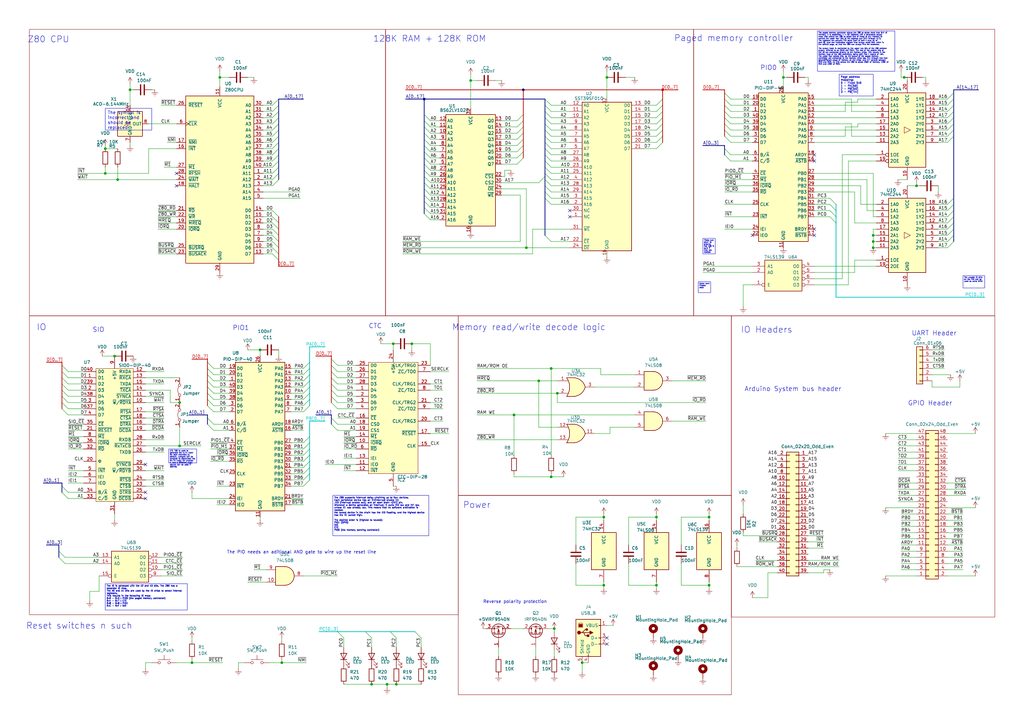
<source format=kicad_sch>
(kicad_sch (version 20231120) (generator "eeschema") (generator_version "8.0")
  (paper "A3")
  (title_block (title "Z80 Computer main board") (date "2024-03-17") (rev "2.0") (company "Pythons inc."))
  (junction (at 53.34 36.83))
  (junction (at 227.33 257.81))
  (junction (at 226.06 195.58))
  (junction (at 228.6 161.29))
  (junction (at 210.82 170.18))
  (junction (at 358.14 96.52))
  (junction (at 161.29 140.97))
  (junction (at 115.57 271.78))
  (junction (at 248.92 31.75))
  (junction (at 290.83 240.03))
  (junction (at 173.99 40.64))
  (junction (at 158.75 280.67))
  (junction (at 358.14 99.06))
  (junction (at 269.24 212.09))
  (junction (at 152.4 280.67))
  (junction (at 46.99 146.05))
  (junction (at 247.65 240.03))
  (junction (at 215.9 101.6))
  (junction (at 321.31 31.75))
  (junction (at 247.65 212.09))
  (junction (at 168.91 140.97))
  (junction (at 78.74 271.78))
  (junction (at 43.18 71.12))
  (junction (at 106.68 143.51))
  (junction (at 358.14 101.6))
  (junction (at 290.83 212.09))
  (junction (at 226.06 151.13))
  (junction (at 48.26 73.66))
  (junction (at 162.56 280.67))
  (junction (at 193.04 33.02))
  (junction (at 73.66 165.1))
  (junction (at 269.24 240.03))
  (junction (at 375.92 76.2))
  (junction (at 220.98 156.21))
  (junction (at 238.76 271.78))
  (junction (at 214.63 36.83))
  (junction (at 43.18 60.96))
  (junction (at 271.78 36.83) (color 194 0 0 1))
  (junction (at 370.84 31.75))
  (junction (at 73.66 182.88))
  (junction (at 90.17 31.75))
  (no_connect (at 233.68 86.36))
  (no_connect (at 233.68 88.9))
  (no_connect (at 72.39 71.12))
  (no_connect (at 72.39 76.2))
  (no_connect (at 308.61 96.52))
  (no_connect (at 334.01 93.98))
  (no_connect (at 334.01 66.04))
  (no_connect (at 59.69 190.5))
  (no_connect (at 334.01 63.5))
  (no_connect (at 248.92 264.16))
  (no_connect (at 59.69 201.93))
  (no_connect (at 334.01 96.52))
  (no_connect (at 59.69 204.47))
  (no_connect (at 248.92 261.62))
  (bus_entry (at 391.16 99.06) (size -2.54 2.54))
  (bus_entry (at 127 181.61) (size -2.54 2.54))
  (bus_entry (at 269.24 48.26) (size 2.54 -2.54))
  (bus_entry (at 87.63 176.53) (size -2.54 -2.54))
  (bus_entry (at 391.16 88.9) (size -2.54 2.54))
  (bus_entry (at 176.53 69.85) (size -2.54 -2.54))
  (bus_entry (at 226.06 73.66) (size -2.54 -2.54))
  (bus_entry (at 173.99 85.09) (size 2.54 2.54))
  (bus_entry (at 127 161.29) (size -2.54 2.54))
  (bus_entry (at 299.72 66.04) (size -2.54 -2.54))
  (bus_entry (at 299.72 63.5) (size -2.54 -2.54))
  (bus_entry (at 176.53 64.77) (size -2.54 -2.54))
  (bus_entry (at 127 156.21) (size -2.54 2.54))
  (bus_entry (at 127 196.85) (size -2.54 2.54))
  (bus_entry (at 212.09 67.31) (size 2.54 -2.54))
  (bus_entry (at 212.09 57.15) (size 2.54 -2.54))
  (bus_entry (at 297.18 53.34) (size 2.54 2.54))
  (bus_entry (at 111.76 71.12) (size 2.54 -2.54))
  (bus_entry (at 391.16 55.88) (size -2.54 2.54))
  (bus_entry (at 25.4 154.94) (size 2.54 2.54))
  (bus_entry (at 176.53 67.31) (size -2.54 -2.54))
  (bus_entry (at 127 151.13) (size -2.54 2.54))
  (bus_entry (at 25.4 167.64) (size 2.54 2.54))
  (bus_entry (at 226.06 68.58) (size -2.54 -2.54))
  (bus_entry (at 111.76 58.42) (size 2.54 -2.54))
  (bus_entry (at 340.36 86.36) (size 2.54 2.54))
  (bus_entry (at 135.89 157.48) (size 2.54 2.54))
  (bus_entry (at 391.16 86.36) (size -2.54 2.54))
  (bus_entry (at 391.16 50.8) (size -2.54 2.54))
  (bus_entry (at 269.24 43.18) (size 2.54 -2.54))
  (bus_entry (at 27.94 204.47) (size -2.54 -2.54))
  (bus_entry (at 269.24 60.96) (size 2.54 -2.54))
  (bus_entry (at 226.06 45.72) (size -2.54 -2.54))
  (bus_entry (at 135.89 165.1) (size 2.54 2.54))
  (bus_entry (at 173.99 87.63) (size 2.54 2.54))
  (bus_entry (at 127 189.23) (size -2.54 2.54))
  (bus_entry (at 160.02 259.08) (size 2.54 2.54))
  (bus_entry (at 111.76 53.34) (size 2.54 -2.54))
  (bus_entry (at 25.4 157.48) (size 2.54 2.54))
  (bus_entry (at 269.24 45.72) (size 2.54 -2.54))
  (bus_entry (at 226.06 58.42) (size -2.54 -2.54))
  (bus_entry (at 127 153.67) (size -2.54 2.54))
  (bus_entry (at 226.06 76.2) (size -2.54 -2.54))
  (bus_entry (at 127 158.75) (size -2.54 2.54))
  (bus_entry (at 127 166.37) (size -2.54 2.54))
  (bus_entry (at 27.94 201.93) (size -2.54 -2.54))
  (bus_entry (at 127 191.77) (size -2.54 2.54))
  (bus_entry (at 127 194.31) (size -2.54 2.54))
  (bus_entry (at 135.89 160.02) (size 2.54 2.54))
  (bus_entry (at 111.76 86.36) (size 2.54 2.54))
  (bus_entry (at 111.76 93.98) (size 2.54 2.54))
  (bus_entry (at 111.76 104.14) (size 2.54 2.54))
  (bus_entry (at 111.76 101.6) (size 2.54 2.54))
  (bus_entry (at 111.76 96.52) (size 2.54 2.54))
  (bus_entry (at 111.76 99.06) (size 2.54 2.54))
  (bus_entry (at 111.76 91.44) (size 2.54 2.54))
  (bus_entry (at 111.76 88.9) (size 2.54 2.54))
  (bus_entry (at 127 184.15) (size -2.54 2.54))
  (bus_entry (at 111.76 63.5) (size 2.54 -2.54))
  (bus_entry (at 24.13 226.06) (size 2.54 2.54))
  (bus_entry (at 391.16 81.28) (size -2.54 2.54))
  (bus_entry (at 25.4 149.86) (size 2.54 2.54))
  (bus_entry (at 176.53 59.69) (size -2.54 -2.54))
  (bus_entry (at 391.16 96.52) (size -2.54 2.54))
  (bus_entry (at 391.16 45.72) (size -2.54 2.54))
  (bus_entry (at 135.89 152.4) (size 2.54 2.54))
  (bus_entry (at 176.53 74.93) (size -2.54 -2.54))
  (bus_entry (at 85.09 166.37) (size 2.54 2.54))
  (bus_entry (at 226.06 55.88) (size -2.54 -2.54))
  (bus_entry (at 176.53 80.01) (size -2.54 -2.54))
  (bus_entry (at 176.53 62.23) (size -2.54 -2.54))
  (bus_entry (at 25.4 160.02) (size 2.54 2.54))
  (bus_entry (at 85.09 163.83) (size 2.54 2.54))
  (bus_entry (at 391.16 93.98) (size -2.54 2.54))
  (bus_entry (at 176.53 77.47) (size -2.54 -2.54))
  (bus_entry (at 226.06 71.12) (size -2.54 -2.54))
  (bus_entry (at 25.4 162.56) (size 2.54 2.54))
  (bus_entry (at 226.06 50.8) (size -2.54 -2.54))
  (bus_entry (at 212.09 64.77) (size 2.54 -2.54))
  (bus_entry (at 226.06 60.96) (size -2.54 -2.54))
  (bus_entry (at 212.09 62.23) (size 2.54 -2.54))
  (bus_entry (at 85.09 161.29) (size 2.54 2.54))
  (bus_entry (at 391.16 38.1) (size -2.54 2.54))
  (bus_entry (at 297.18 48.26) (size 2.54 2.54))
  (bus_entry (at 269.24 55.88) (size 2.54 -2.54))
  (bus_entry (at 297.18 40.64) (size 2.54 2.54))
  (bus_entry (at 297.18 43.18) (size 2.54 2.54))
  (bus_entry (at 226.06 53.34) (size -2.54 -2.54))
  (bus_entry (at 226.06 63.5) (size -2.54 -2.54))
  (bus_entry (at 85.09 158.75) (size 2.54 2.54))
  (bus_entry (at 223.52 81.28) (size 2.54 2.54))
  (bus_entry (at 223.52 78.74) (size 2.54 2.54))
  (bus_entry (at 223.52 76.2) (size 2.54 2.54))
  (bus_entry (at 176.53 72.39) (size -2.54 -2.54))
  (bus_entry (at 220.98 74.93) (size 2.54 -2.54))
  (bus_entry (at 212.09 49.53) (size 2.54 -2.54))
  (bus_entry (at 269.24 53.34) (size 2.54 -2.54))
  (bus_entry (at 176.53 54.61) (size -2.54 -2.54))
  (bus_entry (at 226.06 66.04) (size -2.54 -2.54))
  (bus_entry (at 176.53 49.53) (size -2.54 -2.54))
  (bus_entry (at 391.16 53.34) (size -2.54 2.54))
  (bus_entry (at 391.16 91.44) (size -2.54 2.54))
  (bus_entry (at 25.4 152.4) (size 2.54 2.54))
  (bus_entry (at 111.76 45.72) (size 2.54 -2.54))
  (bus_entry (at 340.36 88.9) (size 2.54 2.54))
  (bus_entry (at 138.43 173.99) (size -2.54 -2.54))
  (bus_entry (at 111.76 76.2) (size 2.54 -2.54))
  (bus_entry (at 127 148.59) (size -2.54 2.54))
  (bus_entry (at 176.53 52.07) (size -2.54 -2.54))
  (bus_entry (at 340.36 83.82) (size 2.54 2.54))
  (bus_entry (at 340.36 81.28) (size 2.54 2.54))
  (bus_entry (at 226.06 43.18) (size -2.54 -2.54))
  (bus_entry (at 85.09 156.21) (size 2.54 2.54))
  (bus_entry (at 138.43 259.08) (size 2.54 2.54))
  (bus_entry (at 24.13 228.6) (size 2.54 2.54))
  (bus_entry (at 85.09 153.67) (size 2.54 2.54))
  (bus_entry (at 135.89 162.56) (size 2.54 2.54))
  (bus_entry (at 138.43 176.53) (size -2.54 -2.54))
  (bus_entry (at 170.18 259.08) (size 2.54 2.54))
  (bus_entry (at 297.18 55.88) (size 2.54 2.54))
  (bus_entry (at 212.09 54.61) (size 2.54 -2.54))
  (bus_entry (at 127 179.07) (size -2.54 2.54))
  (bus_entry (at 85.09 148.59) (size 2.54 2.54))
  (bus_entry (at 223.52 96.52) (size 2.54 2.54))
  (bus_entry (at 176.53 82.55) (size -2.54 -2.54))
  (bus_entry (at 85.09 151.13) (size 2.54 2.54))
  (bus_entry (at 111.76 73.66) (size 2.54 -2.54))
  (bus_entry (at 111.76 55.88) (size 2.54 -2.54))
  (bus_entry (at 173.99 82.55) (size 2.54 2.54))
  (bus_entry (at 297.18 38.1) (size 2.54 2.54))
  (bus_entry (at 111.76 43.18) (size 2.54 -2.54))
  (bus_entry (at 269.24 58.42) (size 2.54 -2.54))
  (bus_entry (at 111.76 66.04) (size 2.54 -2.54))
  (bus_entry (at 127 186.69) (size -2.54 2.54))
  (bus_entry (at 111.76 50.8) (size 2.54 -2.54))
  (bus_entry (at 391.16 40.64) (size -2.54 2.54))
  (bus_entry (at 391.16 83.82) (size -2.54 2.54))
  (bus_entry (at 149.86 259.08) (size 2.54 2.54))
  (bus_entry (at 176.53 57.15) (size -2.54 -2.54))
  (bus_entry (at 111.76 48.26) (size 2.54 -2.54))
  (bus_entry (at 226.06 48.26) (size -2.54 -2.54))
  (bus_entry (at 135.89 154.94) (size 2.54 2.54))
  (bus_entry (at 87.63 173.99) (size -2.54 -2.54))
  (bus_entry (at 111.76 60.96) (size 2.54 -2.54))
  (bus_entry (at 297.18 50.8) (size 2.54 2.54))
  (bus_entry (at 391.16 48.26) (size -2.54 2.54))
  (bus_entry (at 297.18 45.72) (size 2.54 2.54))
  (bus_entry (at 25.4 165.1) (size 2.54 2.54))
  (bus_entry (at 212.09 59.69) (size 2.54 -2.54))
  (bus_entry (at 391.16 43.18) (size -2.54 2.54))
  (bus_entry (at 212.09 52.07) (size 2.54 -2.54))
  (bus_entry (at 111.76 68.58) (size 2.54 -2.54))
  (bus_entry (at 127 163.83) (size -2.54 2.54))
  (bus_entry (at 135.89 147.32) (size 2.54 2.54))
  (bus_entry (at 135.89 149.86) (size 2.54 2.54))
  (bus_entry (at 269.24 50.8) (size 2.54 -2.54))
  (bus (pts (xy 391.16 38.1) (xy 391.16 40.64)))
  (wire (pts (xy 279.4 240.03) (xy 290.83 240.03)))
  (wire (pts (xy 114.3 143.51) (xy 114.3 146.05)))
  (wire (pts (xy 64.77 93.98) (xy 72.39 93.98)))
  (wire (pts (xy 226.06 194.31) (xy 226.06 195.58)))
  (bus (pts (xy 223.52 45.72) (xy 223.52 43.18)))
  (wire (pts (xy 193.04 30.48) (xy 193.04 33.02)))
  (wire (pts (xy 119.38 189.23) (xy 124.46 189.23)))
  (wire (pts (xy 176.53 49.53) (xy 180.34 49.53)))
  (bus (pts (xy 391.16 43.18) (xy 391.16 45.72)))
  (wire (pts (xy 353.06 76.2) (xy 334.01 76.2)))
  (wire (pts (xy 156.21 140.97) (xy 161.29 140.97)))
  (wire (pts (xy 257.81 231.14) (xy 257.81 240.03)))
  (wire (pts (xy 264.16 48.26) (xy 269.24 48.26)))
  (wire (pts (xy 34.29 154.94) (xy 27.94 154.94)))
  (wire (pts (xy 34.29 160.02) (xy 27.94 160.02)))
  (wire (pts (xy 350.52 106.68) (xy 359.41 106.68)))
  (wire (pts (xy 346.71 41.91) (xy 351.79 41.91)))
  (bus (pts (xy 127 189.23) (xy 127 191.77)) (stroke (width 0) (color 0 194 194 1)))
  (wire (pts (xy 264.16 45.72) (xy 269.24 45.72)))
  (wire (pts (xy 358.14 96.52) (xy 358.14 99.06)))
  (wire (pts (xy 308.61 53.34) (xy 299.72 53.34)))
  (bus (pts (xy 223.52 58.42) (xy 223.52 55.88)))
  (wire (pts (xy 226.06 83.82) (xy 233.68 83.82)))
  (wire (pts (xy 205.74 62.23) (xy 212.09 62.23)))
  (bus (pts (xy 271.78 50.8) (xy 271.78 48.26)) (stroke (width 0) (color 194 0 0 1)))
  (wire (pts (xy 345.44 114.3) (xy 334.01 114.3)))
  (wire (pts (xy 140.97 261.62) (xy 140.97 265.43)))
  (wire (pts (xy 350.52 78.74) (xy 334.01 78.74)))
  (wire (pts (xy 195.58 161.29) (xy 228.6 161.29)))
  (bus (pts (xy 342.9 121.92) (xy 403.86 121.92)) (stroke (width 0) (color 0 194 194 1)))
  (bus (pts (xy 223.52 63.5) (xy 223.52 60.96)))
  (bus (pts (xy 391.16 83.82) (xy 391.16 86.36)))
  (wire (pts (xy 195.58 180.34) (xy 228.6 180.34)))
  (wire (pts (xy 97.79 274.32) (xy 97.79 271.78)))
  (bus (pts (xy 271.78 45.72) (xy 271.78 43.18)) (stroke (width 0) (color 194 0 0 1)))
  (bus (pts (xy 127 148.59) (xy 127 151.13)) (stroke (width 0) (color 0 194 194 1)))
  (wire (pts (xy 73.66 182.88) (xy 82.55 182.88)))
  (wire (pts (xy 101.6 143.51) (xy 106.68 143.51)))
  (bus (pts (xy 271.78 40.64) (xy 271.78 43.18)) (stroke (width 0) (color 194 0 0 1)))
  (bus (pts (xy 114.3 63.5) (xy 114.3 60.96)))
  (wire (pts (xy 59.69 157.48) (xy 67.31 157.48)))
  (wire (pts (xy 349.25 45.72) (xy 359.41 45.72)))
  (bus (pts (xy 271.78 55.88) (xy 271.78 53.34)) (stroke (width 0) (color 194 0 0 1)))
  (wire (pts (xy 184.15 177.8) (xy 176.53 177.8)))
  (wire (pts (xy 290.83 212.09) (xy 290.83 213.36)))
  (wire (pts (xy 124.46 181.61) (xy 119.38 181.61)))
  (wire (pts (xy 290.83 210.82) (xy 290.83 212.09)))
  (bus (pts (xy 391.16 36.83) (xy 391.16 38.1)))
  (wire (pts (xy 331.47 234.95) (xy 337.82 234.95)))
  (bus (pts (xy 135.89 146.05) (xy 135.89 147.32)) (stroke (width 0) (color 194 0 0 1)))
  (wire (pts (xy 158.75 280.67) (xy 162.56 280.67)))
  (bus (pts (xy 127 194.31) (xy 127 196.85)) (stroke (width 0) (color 0 194 194 1)))
  (bus (pts (xy 135.89 152.4) (xy 135.89 154.94)) (stroke (width 0) (color 194 0 0 1)))
  (wire (pts (xy 340.36 86.36) (xy 334.01 86.36)))
  (bus (pts (xy 214.63 36.83) (xy 214.63 46.99)) (stroke (width 0) (color 194 0 0 1)))
  (wire (pts (xy 40.64 242.57) (xy 40.64 236.22)))
  (wire (pts (xy 119.38 186.69) (xy 124.46 186.69)))
  (wire (pts (xy 347.98 66.04) (xy 347.98 116.84)))
  (bus (pts (xy 391.16 96.52) (xy 391.16 99.06)))
  (wire (pts (xy 165.1 104.14) (xy 218.44 104.14)))
  (wire (pts (xy 247.65 241.3) (xy 247.65 240.03)))
  (bus (pts (xy 173.99 49.53) (xy 173.99 46.99)))
  (wire (pts (xy 388.62 210.82) (xy 394.97 210.82)))
  (bus (pts (xy 214.63 54.61) (xy 214.63 57.15)) (stroke (width 0) (color 194 0 0 1)))
  (wire (pts (xy 88.9 207.01) (xy 93.98 207.01)))
  (wire (pts (xy 337.82 233.68) (xy 337.82 234.95)))
  (wire (pts (xy 215.9 101.6) (xy 215.9 77.47)))
  (wire (pts (xy 302.26 232.41) (xy 318.77 232.41)))
  (wire (pts (xy 86.36 181.61) (xy 93.98 181.61)))
  (wire (pts (xy 215.9 77.47) (xy 205.74 77.47)))
  (wire (pts (xy 97.79 271.78) (xy 100.33 271.78)))
  (wire (pts (xy 308.61 45.72) (xy 299.72 45.72)))
  (bus (pts (xy 173.99 85.09) (xy 173.99 87.63)))
  (bus (pts (xy 114.3 96.52) (xy 114.3 99.06)) (stroke (width 0) (color 194 0 0 1)))
  (bus (pts (xy 214.63 49.53) (xy 214.63 46.99)) (stroke (width 0) (color 194 0 0 1)))
  (wire (pts (xy 368.3 203.2) (xy 375.92 203.2)))
  (wire (pts (xy 74.93 236.22) (xy 66.04 236.22)))
  (wire (pts (xy 111.76 76.2) (xy 107.95 76.2)))
  (wire (pts (xy 220.98 156.21) (xy 220.98 175.26)))
  (wire (pts (xy 27.94 179.07) (xy 34.29 179.07)))
  (wire (pts (xy 349.25 55.88) (xy 359.41 55.88)))
  (wire (pts (xy 264.16 50.8) (xy 269.24 50.8)))
  (bus (pts (xy 214.63 52.07) (xy 214.63 54.61)) (stroke (width 0) (color 194 0 0 1)))
  (bus (pts (xy 297.18 38.1) (xy 297.18 40.64)) (stroke (width 0) (color 194 0 0 1)))
  (bus (pts (xy 114.3 60.96) (xy 114.3 58.42)))
  (wire (pts (xy 64.77 86.36) (xy 72.39 86.36)))
  (bus (pts (xy 173.99 69.85) (xy 173.99 67.31)))
  (wire (pts (xy 347.98 116.84) (xy 334.01 116.84)))
  (bus (pts (xy 391.16 40.64) (xy 391.16 43.18)))
  (wire (pts (xy 36.83 242.57) (xy 40.64 242.57)))
  (wire (pts (xy 226.06 53.34) (xy 233.68 53.34)))
  (bus (pts (xy 342.9 88.9) (xy 342.9 91.44)) (stroke (width 0) (color 0 194 194 1)))
  (wire (pts (xy 227.33 269.24) (xy 227.33 266.7)))
  (wire (pts (xy 387.35 146.05) (xy 382.27 146.05)))
  (wire (pts (xy 246.38 153.67) (xy 246.38 151.13)))
  (bus (pts (xy 114.3 58.42) (xy 114.3 55.88)))
  (wire (pts (xy 27.94 181.61) (xy 34.29 181.61)))
  (wire (pts (xy 59.69 271.78) (xy 59.69 274.32)))
  (wire (pts (xy 107.95 104.14) (xy 111.76 104.14)))
  (wire (pts (xy 308.61 71.12) (xy 297.18 71.12)))
  (bus (pts (xy 391.16 86.36) (xy 391.16 88.9)))
  (bus (pts (xy 25.4 154.94) (xy 25.4 157.48)) (stroke (width 0) (color 194 0 0 1)))
  (wire (pts (xy 368.3 187.96) (xy 375.92 187.96)))
  (wire (pts (xy 69.85 165.1) (xy 73.66 165.1)))
  (wire (pts (xy 358.14 99.06) (xy 359.41 99.06)))
  (wire (pts (xy 290.83 240.03) (xy 290.83 238.76)))
  (wire (pts (xy 110.49 271.78) (xy 115.57 271.78)))
  (wire (pts (xy 243.84 158.75) (xy 260.35 158.75)))
  (wire (pts (xy 321.31 31.75) (xy 322.58 31.75)))
  (wire (pts (xy 394.97 213.36) (xy 388.62 213.36)))
  (bus (pts (xy 135.89 173.99) (xy 135.89 171.45)))
  (bus (pts (xy 297.18 50.8) (xy 297.18 53.34)) (stroke (width 0) (color 194 0 0 1)))
  (wire (pts (xy 269.24 240.03) (xy 269.24 238.76)))
  (wire (pts (xy 54.61 36.83) (xy 53.34 36.83)))
  (wire (pts (xy 372.11 73.66) (xy 368.3 73.66)))
  (wire (pts (xy 226.06 50.8) (xy 233.68 50.8)))
  (wire (pts (xy 101.6 31.75) (xy 104.14 31.75)))
  (wire (pts (xy 331.47 222.25) (xy 337.82 222.25)))
  (wire (pts (xy 124.46 176.53) (xy 119.38 176.53)))
  (wire (pts (xy 369.57 218.44) (xy 375.92 218.44)))
  (bus (pts (xy 24.13 226.06) (xy 24.13 223.52)))
  (wire (pts (xy 269.24 241.3) (xy 269.24 240.03)))
  (wire (pts (xy 106.68 143.51) (xy 106.68 146.05)))
  (wire (pts (xy 86.36 189.23) (xy 93.98 189.23)))
  (wire (pts (xy 181.61 160.02) (xy 176.53 160.02)))
  (wire (pts (xy 119.38 196.85) (xy 124.46 196.85)))
  (wire (pts (xy 388.62 43.18) (xy 384.81 43.18)))
  (wire (pts (xy 257.81 240.03) (xy 269.24 240.03)))
  (bus (pts (xy 77.47 170.18) (xy 85.09 170.18)))
  (wire (pts (xy 388.62 91.44) (xy 384.81 91.44)))
  (wire (pts (xy 78.74 201.93) (xy 78.74 204.47)))
  (bus (pts (xy 133.35 142.24) (xy 127 142.24)) (stroke (width 0) (color 0 194 194 1)))
  (wire (pts (xy 181.61 167.64) (xy 176.53 167.64)))
  (wire (pts (xy 226.06 76.2) (xy 233.68 76.2)))
  (wire (pts (xy 176.53 69.85) (xy 180.34 69.85)))
  (wire (pts (xy 205.74 64.77) (xy 212.09 64.77)))
  (wire (pts (xy 176.53 74.93) (xy 180.34 74.93)))
  (wire (pts (xy 358.14 71.12) (xy 334.01 71.12)))
  (wire (pts (xy 176.53 62.23) (xy 180.34 62.23)))
  (wire (pts (xy 379.73 33.02) (xy 379.73 31.75)))
  (wire (pts (xy 93.98 156.21) (xy 87.63 156.21)))
  (wire (pts (xy 369.57 213.36) (xy 375.92 213.36)))
  (wire (pts (xy 146.05 149.86) (xy 138.43 149.86)))
  (wire (pts (xy 176.53 54.61) (xy 180.34 54.61)))
  (wire (pts (xy 107.95 101.6) (xy 111.76 101.6)))
  (bus (pts (xy 24.13 223.52) (xy 19.05 223.52)))
  (wire (pts (xy 334.01 40.64) (xy 349.25 40.64)))
  (wire (pts (xy 370.84 31.75) (xy 369.57 31.75)))
  (bus (pts (xy 166.37 36.83) (xy 214.63 36.83)) (stroke (width 0) (color 194 0 0 1)))
  (wire (pts (xy 334.01 48.26) (xy 359.41 48.26)))
  (bus (pts (xy 127 158.75) (xy 127 161.29)) (stroke (width 0) (color 0 194 194 1)))
  (wire (pts (xy 140.97 179.07) (xy 146.05 179.07)))
  (wire (pts (xy 288.29 109.22) (xy 308.61 109.22)))
  (bus (pts (xy 173.99 52.07) (xy 173.99 49.53)))
  (wire (pts (xy 34.29 152.4) (xy 27.94 152.4)))
  (wire (pts (xy 218.44 93.98) (xy 233.68 93.98)))
  (wire (pts (xy 384.81 93.98) (xy 388.62 93.98)))
  (wire (pts (xy 394.97 226.06) (xy 388.62 226.06)))
  (wire (pts (xy 119.38 161.29) (xy 124.46 161.29)))
  (wire (pts (xy 176.53 72.39) (xy 180.34 72.39)))
  (wire (pts (xy 226.06 60.96) (xy 233.68 60.96)))
  (bus (pts (xy 173.99 74.93) (xy 173.99 72.39)))
  (wire (pts (xy 59.69 168.91) (xy 67.31 168.91)))
  (wire (pts (xy 107.95 86.36) (xy 111.76 86.36)))
  (bus (pts (xy 114.3 101.6) (xy 114.3 104.14)) (stroke (width 0) (color 194 0 0 1)))
  (wire (pts (xy 264.16 53.34) (xy 269.24 53.34)))
  (wire (pts (xy 226.06 81.28) (xy 233.68 81.28)))
  (wire (pts (xy 275.59 172.72) (xy 289.56 172.72)))
  (wire (pts (xy 176.53 59.69) (xy 180.34 59.69)))
  (wire (pts (xy 111.76 53.34) (xy 107.95 53.34)))
  (bus (pts (xy 127 156.21) (xy 127 158.75)) (stroke (width 0) (color 0 194 194 1)))
  (wire (pts (xy 193.04 33.02) (xy 193.04 44.45)))
  (wire (pts (xy 193.04 33.02) (xy 195.58 33.02)))
  (wire (pts (xy 350.52 106.68) (xy 350.52 111.76)))
  (wire (pts (xy 369.57 31.75) (xy 369.57 29.21)))
  (bus (pts (xy 173.99 77.47) (xy 173.99 74.93)))
  (wire (pts (xy 53.34 59.69) (xy 53.34 58.42)))
  (wire (pts (xy 358.14 101.6) (xy 359.41 101.6)))
  (wire (pts (xy 369.57 233.68) (xy 375.92 233.68)))
  (wire (pts (xy 27.94 201.93) (xy 34.29 201.93)))
  (wire (pts (xy 226.06 71.12) (xy 233.68 71.12)))
  (wire (pts (xy 67.31 196.85) (xy 59.69 196.85)))
  (wire (pts (xy 334.01 45.72) (xy 346.71 45.72)))
  (wire (pts (xy 152.4 261.62) (xy 152.4 265.43)))
  (wire (pts (xy 59.69 271.78) (xy 62.23 271.78)))
  (wire (pts (xy 358.14 93.98) (xy 358.14 96.52)))
  (wire (pts (xy 27.94 198.12) (xy 34.29 198.12)))
  (wire (pts (xy 43.18 71.12) (xy 60.96 71.12)))
  (bus (pts (xy 25.4 198.12) (xy 25.4 199.39)))
  (wire (pts (xy 62.23 36.83) (xy 63.5 36.83)))
  (bus (pts (xy 127 161.29) (xy 127 163.83)) (stroke (width 0) (color 0 194 194 1)))
  (bus (pts (xy 135.89 170.18) (xy 135.89 171.45)))
  (wire (pts (xy 119.38 156.21) (xy 124.46 156.21)))
  (wire (pts (xy 279.4 212.09) (xy 279.4 223.52)))
  (bus (pts (xy 25.4 201.93) (xy 25.4 199.39)))
  (bus (pts (xy 114.3 43.18) (xy 114.3 40.64)))
  (bus (pts (xy 135.89 146.05) (xy 129.54 146.05)) (stroke (width 0) (color 194 0 0 1)))
  (wire (pts (xy 368.3 200.66) (xy 375.92 200.66)))
  (wire (pts (xy 347.98 66.04) (xy 359.41 66.04)))
  (bus (pts (xy 342.9 121.92) (xy 342.9 91.44)) (stroke (width 0) (color 0 194 194 1)))
  (wire (pts (xy 60.96 50.8) (xy 72.39 50.8)))
  (bus (pts (xy 166.37 40.64) (xy 173.99 40.64)))
  (wire (pts (xy 388.62 200.66) (xy 396.24 200.66)))
  (bus (pts (xy 223.52 72.39) (xy 223.52 71.12)))
  (bus (pts (xy 391.16 53.34) (xy 391.16 55.88)))
  (wire (pts (xy 107.95 96.52) (xy 111.76 96.52)))
  (wire (pts (xy 226.06 195.58) (xy 231.14 195.58)))
  (wire (pts (xy 59.69 173.99) (xy 67.31 173.99)))
  (bus (pts (xy 114.3 104.14) (xy 114.3 106.68)) (stroke (width 0) (color 194 0 0 1)))
  (wire (pts (xy 358.14 93.98) (xy 359.41 93.98)))
  (bus (pts (xy 223.52 73.66) (xy 223.52 72.39)))
  (bus (pts (xy 223.52 50.8) (xy 223.52 53.34)))
  (wire (pts (xy 353.06 83.82) (xy 359.41 83.82)))
  (wire (pts (xy 375.92 236.22) (xy 363.22 236.22)))
  (wire (pts (xy 67.31 193.04) (xy 59.69 193.04)))
  (wire (pts (xy 340.36 88.9) (xy 334.01 88.9)))
  (wire (pts (xy 133.35 190.5) (xy 146.05 190.5)))
  (wire (pts (xy 290.83 212.09) (xy 279.4 212.09)))
  (bus (pts (xy 223.52 60.96) (xy 223.52 58.42)))
  (wire (pts (xy 111.76 58.42) (xy 107.95 58.42)))
  (wire (pts (xy 124.46 236.22) (xy 138.43 236.22)))
  (wire (pts (xy 119.38 166.37) (xy 124.46 166.37)))
  (wire (pts (xy 158.75 281.94) (xy 158.75 280.67)))
  (wire (pts (xy 388.62 45.72) (xy 384.81 45.72)))
  (wire (pts (xy 264.16 58.42) (xy 269.24 58.42)))
  (wire (pts (xy 394.97 218.44) (xy 388.62 218.44)))
  (wire (pts (xy 384.81 50.8) (xy 388.62 50.8)))
  (wire (pts (xy 119.38 158.75) (xy 124.46 158.75)))
  (wire (pts (xy 111.76 68.58) (xy 107.95 68.58)))
  (wire (pts (xy 67.31 185.42) (xy 59.69 185.42)))
  (wire (pts (xy 334.01 55.88) (xy 346.71 55.88)))
  (wire (pts (xy 238.76 271.78) (xy 238.76 275.59)))
  (bus (pts (xy 391.16 91.44) (xy 391.16 93.98)))
  (bus (pts (xy 114.3 55.88) (xy 114.3 53.34)))
  (bus (pts (xy 135.89 160.02) (xy 135.89 162.56)) (stroke (width 0) (color 194 0 0 1)))
  (wire (pts (xy 64.77 101.6) (xy 72.39 101.6)))
  (wire (pts (xy 27.94 184.15) (xy 34.29 184.15)))
  (wire (pts (xy 308.61 48.26) (xy 299.72 48.26)))
  (wire (pts (xy 321.31 31.75) (xy 321.31 35.56)))
  (wire (pts (xy 72.39 271.78) (xy 78.74 271.78)))
  (wire (pts (xy 346.71 55.88) (xy 346.71 52.07)))
  (wire (pts (xy 368.3 185.42) (xy 375.92 185.42)))
  (wire (pts (xy 236.22 240.03) (xy 247.65 240.03)))
  (bus (pts (xy 114.3 88.9) (xy 114.3 91.44)) (stroke (width 0) (color 194 0 0 1)))
  (wire (pts (xy 172.72 261.62) (xy 172.72 265.43)))
  (wire (pts (xy 279.4 231.14) (xy 279.4 240.03)))
  (bus (pts (xy 130.81 259.08) (xy 138.43 259.08)) (stroke (width 0) (color 0 194 194 1)))
  (wire (pts (xy 26.67 228.6) (xy 40.64 228.6)))
  (bus (pts (xy 223.52 66.04) (xy 223.52 63.5)))
  (wire (pts (xy 176.53 57.15) (xy 180.34 57.15)))
  (wire (pts (xy 247.65 212.09) (xy 247.65 213.36)))
  (bus (pts (xy 223.52 55.88) (xy 223.52 53.34)))
  (wire (pts (xy 394.97 228.6) (xy 388.62 228.6)))
  (wire (pts (xy 257.81 212.09) (xy 257.81 223.52)))
  (wire (pts (xy 243.84 177.8) (xy 250.19 177.8)))
  (wire (pts (xy 226.06 66.04) (xy 233.68 66.04)))
  (wire (pts (xy 107.95 91.44) (xy 111.76 91.44)))
  (wire (pts (xy 59.69 171.45) (xy 67.31 171.45)))
  (wire (pts (xy 353.06 83.82) (xy 353.06 76.2)))
  (bus (pts (xy 24.13 226.06) (xy 24.13 228.6)))
  (wire (pts (xy 297.18 76.2) (xy 308.61 76.2)))
  (wire (pts (xy 369.57 215.9) (xy 375.92 215.9)))
  (wire (pts (xy 309.88 229.87) (xy 318.77 229.87)))
  (wire (pts (xy 384.81 40.64) (xy 388.62 40.64)))
  (bus (pts (xy 114.3 40.64) (xy 124.46 40.64)))
  (bus (pts (xy 214.63 52.07) (xy 214.63 49.53)) (stroke (width 0) (color 194 0 0 1)))
  (wire (pts (xy 43.18 68.58) (xy 43.18 71.12)))
  (bus (pts (xy 223.52 81.28) (xy 223.52 96.52)))
  (wire (pts (xy 26.67 231.14) (xy 40.64 231.14)))
  (wire (pts (xy 331.47 31.75) (xy 330.2 31.75)))
  (wire (pts (xy 379.73 31.75) (xy 378.46 31.75)))
  (wire (pts (xy 334.01 50.8) (xy 349.25 50.8)))
  (wire (pts (xy 304.8 210.82) (xy 304.8 207.01)))
  (wire (pts (xy 111.76 66.04) (xy 107.95 66.04)))
  (wire (pts (xy 119.38 168.91) (xy 124.46 168.91)))
  (wire (pts (xy 78.74 204.47) (xy 93.98 204.47)))
  (wire (pts (xy 351.79 40.64) (xy 359.41 40.64)))
  (bus (pts (xy 114.3 91.44) (xy 114.3 93.98)) (stroke (width 0) (color 194 0 0 1)))
  (wire (pts (xy 205.74 52.07) (xy 212.09 52.07)))
  (wire (pts (xy 140.97 184.15) (xy 146.05 184.15)))
  (wire (pts (xy 140.97 187.96) (xy 146.05 187.96)))
  (bus (pts (xy 271.78 45.72) (xy 271.78 48.26)) (stroke (width 0) (color 194 0 0 1)))
  (bus (pts (xy 127 163.83) (xy 127 166.37)) (stroke (width 0) (color 0 194 194 1)))
  (wire (pts (xy 260.35 153.67) (xy 246.38 153.67)))
  (bus (pts (xy 223.52 50.8) (xy 223.52 48.26)))
  (wire (pts (xy 107.95 78.74) (xy 123.19 78.74)))
  (bus (pts (xy 391.16 83.82) (xy 391.16 81.28)))
  (wire (pts (xy 388.62 58.42) (xy 384.81 58.42)))
  (wire (pts (xy 162.56 261.62) (xy 162.56 265.43)))
  (wire (pts (xy 251.46 256.54) (xy 248.92 256.54)))
  (wire (pts (xy 308.61 50.8) (xy 299.72 50.8)))
  (wire (pts (xy 195.58 170.18) (xy 210.82 170.18)))
  (wire (pts (xy 247.65 212.09) (xy 236.22 212.09)))
  (wire (pts (xy 119.38 199.39) (xy 124.46 199.39)))
  (wire (pts (xy 388.62 88.9) (xy 384.81 88.9)))
  (wire (pts (xy 299.72 43.18) (xy 308.61 43.18)))
  (wire (pts (xy 394.97 220.98) (xy 388.62 220.98)))
  (wire (pts (xy 314.96 234.95) (xy 314.96 245.11)))
  (bus (pts (xy 135.89 162.56) (xy 135.89 165.1)) (stroke (width 0) (color 194 0 0 1)))
  (wire (pts (xy 205.74 74.93) (xy 220.98 74.93)))
  (wire (pts (xy 368.3 205.74) (xy 375.92 205.74)))
  (wire (pts (xy 308.61 66.04) (xy 299.72 66.04)))
  (wire (pts (xy 368.3 193.04) (xy 375.92 193.04)))
  (wire (pts (xy 64.77 104.14) (xy 72.39 104.14)))
  (wire (pts (xy 264.16 60.96) (xy 269.24 60.96)))
  (bus (pts (xy 85.09 151.13) (xy 85.09 153.67)) (stroke (width 0) (color 194 0 0 1)))
  (wire (pts (xy 31.75 73.66) (xy 48.26 73.66)))
  (wire (pts (xy 308.61 55.88) (xy 299.72 55.88)))
  (wire (pts (xy 176.53 140.97) (xy 168.91 140.97)))
  (wire (pts (xy 64.77 88.9) (xy 72.39 88.9)))
  (wire (pts (xy 93.98 168.91) (xy 87.63 168.91)))
  (bus (pts (xy 127 186.69) (xy 127 189.23)) (stroke (width 0) (color 0 194 194 1)))
  (wire (pts (xy 215.9 101.6) (xy 233.68 101.6)))
  (wire (pts (xy 93.98 161.29) (xy 87.63 161.29)))
  (wire (pts (xy 119.38 184.15) (xy 124.46 184.15)))
  (wire (pts (xy 181.61 157.48) (xy 176.53 157.48)))
  (wire (pts (xy 176.53 80.01) (xy 180.34 80.01)))
  (wire (pts (xy 369.57 223.52) (xy 375.92 223.52)))
  (wire (pts (xy 146.05 152.4) (xy 138.43 152.4)))
  (wire (pts (xy 67.31 199.39) (xy 59.69 199.39)))
  (wire (pts (xy 176.53 77.47) (xy 180.34 77.47)))
  (wire (pts (xy 248.92 31.75) (xy 248.92 40.64)))
  (wire (pts (xy 226.06 63.5) (xy 233.68 63.5)))
  (wire (pts (xy 355.6 73.66) (xy 355.6 86.36)))
  (bus (pts (xy 114.3 93.98) (xy 114.3 96.52)) (stroke (width 0) (color 194 0 0 1)))
  (wire (pts (xy 111.76 45.72) (xy 107.95 45.72)))
  (wire (pts (xy 93.98 31.75) (xy 90.17 31.75)))
  (wire (pts (xy 220.98 175.26) (xy 228.6 175.26)))
  (wire (pts (xy 247.65 240.03) (xy 247.65 238.76)))
  (bus (pts (xy 342.9 86.36) (xy 342.9 88.9)) (stroke (width 0) (color 0 194 194 1)))
  (wire (pts (xy 115.57 271.78) (xy 115.57 270.51)))
  (wire (pts (xy 331.47 224.79) (xy 337.82 224.79)))
  (bus (pts (xy 288.29 59.69) (xy 297.18 59.69)))
  (bus (pts (xy 297.18 40.64) (xy 297.18 43.18)) (stroke (width 0) (color 194 0 0 1)))
  (wire (pts (xy 138.43 176.53) (xy 146.05 176.53)))
  (wire (pts (xy 394.97 231.14) (xy 388.62 231.14)))
  (wire (pts (xy 304.8 125.73) (xy 304.8 116.84)))
  (wire (pts (xy 111.76 63.5) (xy 107.95 63.5)))
  (wire (pts (xy 59.69 152.4) (xy 67.31 152.4)))
  (bus (pts (xy 271.78 36.83) (xy 214.63 36.83)) (stroke (width 0) (color 194 0 0 1)))
  (wire (pts (xy 290.83 241.3) (xy 290.83 240.03)))
  (bus (pts (xy 114.3 45.72) (xy 114.3 43.18)))
  (bus (pts (xy 114.3 48.26) (xy 114.3 45.72)))
  (bus (pts (xy 85.09 153.67) (xy 85.09 156.21)) (stroke (width 0) (color 194 0 0 1)))
  (wire (pts (xy 68.58 58.42) (xy 72.39 58.42)))
  (wire (pts (xy 393.7 156.21) (xy 393.7 158.75)))
  (wire (pts (xy 111.76 71.12) (xy 107.95 71.12)))
  (wire (pts (xy 236.22 231.14) (xy 236.22 240.03)))
  (wire (pts (xy 107.95 81.28) (xy 123.19 81.28)))
  (wire (pts (xy 375.92 177.8) (xy 363.22 177.8)))
  (bus (pts (xy 85.09 147.32) (xy 85.09 148.59)) (stroke (width 0) (color 194 0 0 1)))
  (wire (pts (xy 73.66 175.26) (xy 73.66 182.88)))
  (wire (pts (xy 27.94 204.47) (xy 34.29 204.47)))
  (wire (pts (xy 124.46 173.99) (xy 119.38 173.99)))
  (wire (pts (xy 226.06 99.06) (xy 233.68 99.06)))
  (wire (pts (xy 48.26 68.58) (xy 48.26 73.66)))
  (wire (pts (xy 358.14 99.06) (xy 358.14 101.6)))
  (wire (pts (xy 227.33 259.08) (xy 227.33 257.81)))
  (wire (pts (xy 358.14 88.9) (xy 359.41 88.9)))
  (wire (pts (xy 176.53 67.31) (xy 180.34 67.31)))
  (bus (pts (xy 138.43 259.08) (xy 149.86 259.08)) (stroke (width 0) (color 0 194 194 1)))
  (wire (pts (xy 119.38 191.77) (xy 124.46 191.77)))
  (wire (pts (xy 86.36 184.15) (xy 93.98 184.15)))
  (wire (pts (xy 308.61 245.11) (xy 314.96 245.11)))
  (bus (pts (xy 297.18 53.34) (xy 297.18 55.88)) (stroke (width 0) (color 194 0 0 1)))
  (bus (pts (xy 85.09 156.21) (xy 85.09 158.75)) (stroke (width 0) (color 194 0 0 1)))
  (bus (pts (xy 25.4 148.59) (xy 19.05 148.59)) (stroke (width 0) (color 194 0 0 1)))
  (wire (pts (xy 297.18 83.82) (xy 308.61 83.82)))
  (wire (pts (xy 369.57 210.82) (xy 375.92 210.82)))
  (wire (pts (xy 88.9 186.69) (xy 93.98 186.69)))
  (wire (pts (xy 27.94 195.58) (xy 34.29 195.58)))
  (bus (pts (xy 297.18 48.26) (xy 297.18 50.8)) (stroke (width 0) (color 194 0 0 1)))
  (bus (pts (xy 114.3 99.06) (xy 114.3 101.6)) (stroke (width 0) (color 194 0 0 1)))
  (wire (pts (xy 87.63 176.53) (xy 93.98 176.53)))
  (wire (pts (xy 34.29 167.64) (xy 27.94 167.64)))
  (wire (pts (xy 59.69 154.94) (xy 73.66 154.94)))
  (bus (pts (xy 391.16 45.72) (xy 391.16 48.26)))
  (wire (pts (xy 46.99 213.36) (xy 46.99 210.82)))
  (bus (pts (xy 25.4 165.1) (xy 25.4 167.64)) (stroke (width 0) (color 194 0 0 1)))
  (wire (pts (xy 111.76 50.8) (xy 107.95 50.8)))
  (bus (pts (xy 25.4 162.56) (xy 25.4 165.1)) (stroke (width 0) (color 194 0 0 1)))
  (wire (pts (xy 213.36 99.06) (xy 165.1 99.06)))
  (wire (pts (xy 59.69 176.53) (xy 67.31 176.53)))
  (wire (pts (xy 369.57 231.14) (xy 375.92 231.14)))
  (wire (pts (xy 384.81 76.2) (xy 384.81 78.74)))
  (wire (pts (xy 331.47 219.71) (xy 337.82 219.71)))
  (wire (pts (xy 226.06 45.72) (xy 233.68 45.72)))
  (wire (pts (xy 34.29 165.1) (xy 27.94 165.1)))
  (wire (pts (xy 111.76 73.66) (xy 107.95 73.66)))
  (wire (pts (xy 269.24 210.82) (xy 269.24 212.09)))
  (wire (pts (xy 205.74 57.15) (xy 212.09 57.15)))
  (wire (pts (xy 31.75 71.12) (xy 43.18 71.12)))
  (wire (pts (xy 340.36 81.28) (xy 334.01 81.28)))
  (wire (pts (xy 106.68 213.36) (xy 106.68 212.09)))
  (bus (pts (xy 391.16 88.9) (xy 391.16 91.44)))
  (wire (pts (xy 345.44 63.5) (xy 359.41 63.5)))
  (wire (pts (xy 387.35 151.13) (xy 382.27 151.13)))
  (wire (pts (xy 260.35 31.75) (xy 256.54 31.75)))
  (wire (pts (xy 27.94 193.04) (xy 34.29 193.04)))
  (bus (pts (xy 114.3 50.8) (xy 114.3 48.26)))
  (wire (pts (xy 93.98 151.13) (xy 87.63 151.13)))
  (wire (pts (xy 226.06 186.69) (xy 226.06 151.13)))
  (wire (pts (xy 226.06 48.26) (xy 233.68 48.26)))
  (wire (pts (xy 369.57 220.98) (xy 375.92 220.98)))
  (wire (pts (xy 67.31 68.58) (xy 72.39 68.58)))
  (wire (pts (xy 269.24 212.09) (xy 269.24 213.36)))
  (wire (pts (xy 101.6 238.76) (xy 109.22 238.76)))
  (bus (pts (xy 25.4 148.59) (xy 25.4 149.86)) (stroke (width 0) (color 194 0 0 1)))
  (wire (pts (xy 34.29 170.18) (xy 27.94 170.18)))
  (wire (pts (xy 198.12 257.81) (xy 199.39 257.81)))
  (wire (pts (xy 176.53 87.63) (xy 180.34 87.63)))
  (wire (pts (xy 350.52 91.44) (xy 359.41 91.44)))
  (wire (pts (xy 219.71 265.43) (xy 219.71 269.24)))
  (bus (pts (xy 127 153.67) (xy 127 156.21)) (stroke (width 0) (color 0 194 194 1)))
  (bus (pts (xy 85.09 158.75) (xy 85.09 161.29)) (stroke (width 0) (color 194 0 0 1)))
  (wire (pts (xy 67.31 165.1) (xy 59.69 165.1)))
  (bus (pts (xy 133.35 172.72) (xy 127 172.72)) (stroke (width 0) (color 0 194 194 1)))
  (wire (pts (xy 248.92 104.14) (xy 248.92 105.41)))
  (wire (pts (xy 74.93 228.6) (xy 66.04 228.6)))
  (wire (pts (xy 394.97 215.9) (xy 388.62 215.9)))
  (wire (pts (xy 195.58 151.13) (xy 226.06 151.13)))
  (wire (pts (xy 204.47 265.43) (xy 204.47 269.24)))
  (wire (pts (xy 304.8 116.84) (xy 308.61 116.84)))
  (wire (pts (xy 393.7 158.75) (xy 382.27 158.75)))
  (wire (pts (xy 388.62 48.26) (xy 384.81 48.26)))
  (wire (pts (xy 388.62 198.12) (xy 396.24 198.12)))
  (bus (pts (xy 271.78 40.64) (xy 271.78 36.83)) (stroke (width 0) (color 194 0 0 1)))
  (wire (pts (xy 181.61 165.1) (xy 176.53 165.1)))
  (wire (pts (xy 146.05 154.94) (xy 138.43 154.94)))
  (bus (pts (xy 173.99 59.69) (xy 173.99 57.15)))
  (wire (pts (xy 346.71 52.07) (xy 351.79 52.07)))
  (wire (pts (xy 349.25 50.8) (xy 349.25 55.88)))
  (wire (pts (xy 351.79 50.8) (xy 359.41 50.8)))
  (wire (pts (xy 210.82 170.18) (xy 260.35 170.18)))
  (bus (pts (xy 135.89 147.32) (xy 135.89 149.86)) (stroke (width 0) (color 194 0 0 1)))
  (wire (pts (xy 115.57 271.78) (xy 125.73 271.78)))
  (wire (pts (xy 382.27 158.75) (xy 382.27 156.21)))
  (wire (pts (xy 218.44 93.98) (xy 218.44 104.14)))
  (wire (pts (xy 349.25 40.64) (xy 349.25 45.72)))
  (wire (pts (xy 87.63 173.99) (xy 93.98 173.99)))
  (bus (pts (xy 173.99 80.01) (xy 173.99 77.47)))
  (wire (pts (xy 220.98 156.21) (xy 228.6 156.21)))
  (wire (pts (xy 388.62 203.2) (xy 396.24 203.2)))
  (wire (pts (xy 331.47 232.41) (xy 344.17 232.41)))
  (wire (pts (xy 350.52 111.76) (xy 334.01 111.76)))
  (wire (pts (xy 355.6 86.36) (xy 359.41 86.36)))
  (wire (pts (xy 311.15 222.25) (xy 318.77 222.25)))
  (wire (pts (xy 107.95 99.06) (xy 111.76 99.06)))
  (wire (pts (xy 297.18 93.98) (xy 308.61 93.98)))
  (wire (pts (xy 184.15 152.4) (xy 176.53 152.4)))
  (wire (pts (xy 152.4 280.67) (xy 158.75 280.67)))
  (bus (pts (xy 173.99 64.77) (xy 173.99 62.23)))
  (wire (pts (xy 304.8 218.44) (xy 304.8 219.71)))
  (wire (pts (xy 176.53 82.55) (xy 180.34 82.55)))
  (bus (pts (xy 214.63 57.15) (xy 214.63 59.69)) (stroke (width 0) (color 194 0 0 1)))
  (bus (pts (xy 114.3 53.34) (xy 114.3 50.8)))
  (wire (pts (xy 213.36 80.01) (xy 205.74 80.01)))
  (wire (pts (xy 209.55 69.85) (xy 207.01 69.85)))
  (wire (pts (xy 248.92 29.21) (xy 248.92 31.75)))
  (bus (pts (xy 149.86 259.08) (xy 160.02 259.08)) (stroke (width 0) (color 0 194 194 1)))
  (wire (pts (xy 299.72 40.64) (xy 308.61 40.64)))
  (wire (pts (xy 382.27 153.67) (xy 389.89 153.67)))
  (wire (pts (xy 205.74 33.02) (xy 203.2 33.02)))
  (bus (pts (xy 85.09 163.83) (xy 85.09 166.37)) (stroke (width 0) (color 194 0 0 1)))
  (wire (pts (xy 205.74 67.31) (xy 212.09 67.31)))
  (bus (pts (xy 391.16 48.26) (xy 391.16 50.8)))
  (bus (pts (xy 160.02 259.08) (xy 170.18 259.08)) (stroke (width 0) (color 0 194 194 1)))
  (bus (pts (xy 173.99 40.64) (xy 223.52 40.64)))
  (wire (pts (xy 138.43 171.45) (xy 146.05 171.45)))
  (wire (pts (xy 387.35 143.51) (xy 382.27 143.51)))
  (wire (pts (xy 78.74 261.62) (xy 78.74 262.89)))
  (wire (pts (xy 60.96 60.96) (xy 60.96 71.12)))
  (wire (pts (xy 195.58 156.21) (xy 220.98 156.21)))
  (bus (pts (xy 114.3 106.68) (xy 114.3 109.22)) (stroke (width 0) (color 194 0 0 1)))
  (bus (pts (xy 25.4 152.4) (xy 25.4 154.94)) (stroke (width 0) (color 194 0 0 1)))
  (wire (pts (xy 228.6 165.1) (xy 289.56 165.1)))
  (wire (pts (xy 226.06 55.88) (xy 233.68 55.88)))
  (wire (pts (xy 176.53 52.07) (xy 180.34 52.07)))
  (wire (pts (xy 43.18 60.96) (xy 43.18 59.69)))
  (wire (pts (xy 368.3 182.88) (xy 375.92 182.88)))
  (bus (pts (xy 173.99 57.15) (xy 173.99 54.61)))
  (wire (pts (xy 388.62 99.06) (xy 384.81 99.06)))
  (bus (pts (xy 223.52 68.58) (xy 223.52 66.04)))
  (wire (pts (xy 345.44 63.5) (xy 345.44 114.3)))
  (bus (pts (xy 25.4 160.02) (xy 25.4 162.56)) (stroke (width 0) (color 194 0 0 1)))
  (wire (pts (xy 375.92 74.93) (xy 375.92 76.2)))
  (wire (pts (xy 226.06 43.18) (xy 233.68 43.18)))
  (wire (pts (xy 43.18 60.96) (xy 48.26 60.96)))
  (bus (pts (xy 223.52 73.66) (xy 223.52 76.2)))
  (wire (pts (xy 146.05 160.02) (xy 138.43 160.02)))
  (wire (pts (xy 375.92 76.2) (xy 372.11 76.2)))
  (wire (pts (xy 124.46 151.13) (xy 119.38 151.13)))
  (wire (pts (xy 119.38 194.31) (xy 124.46 194.31)))
  (wire (pts (xy 297.18 73.66) (xy 308.61 73.66)))
  (wire (pts (xy 88.9 199.39) (xy 93.98 199.39)))
  (wire (pts (xy 377.19 76.2) (xy 375.92 76.2)))
  (wire (pts (xy 346.71 45.72) (xy 346.71 41.91)))
  (wire (pts (xy 368.3 180.34) (xy 375.92 180.34)))
  (wire (pts (xy 269.24 212.09) (xy 257.81 212.09)))
  (wire (pts (xy 388.62 96.52) (xy 384.81 96.52)))
  (wire (pts (xy 334.01 109.22) (xy 359.41 109.22)))
  (wire (pts (xy 93.98 153.67) (xy 87.63 153.67)))
  (wire (pts (xy 66.04 43.18) (xy 72.39 43.18)))
  (wire (pts (xy 119.38 153.67) (xy 124.46 153.67)))
  (bus (pts (xy 342.9 83.82) (xy 342.9 86.36)) (stroke (width 0) (color 0 194 194 1)))
  (wire (pts (xy 162.56 280.67) (xy 172.72 280.67)))
  (wire (pts (xy 226.06 58.42) (xy 233.68 58.42)))
  (wire (pts (xy 250.19 175.26) (xy 250.19 177.8)))
  (bus (pts (xy 25.4 149.86) (xy 25.4 152.4)) (stroke (width 0) (color 194 0 0 1)))
  (wire (pts (xy 388.62 55.88) (xy 384.81 55.88)))
  (bus (pts (xy 297.18 43.18) (xy 297.18 45.72)) (stroke (width 0) (color 194 0 0 1)))
  (wire (pts (xy 334.01 58.42) (xy 359.41 58.42)))
  (wire (pts (xy 34.29 157.48) (xy 27.94 157.48)))
  (bus (pts (xy 114.3 73.66) (xy 114.3 71.12)))
  (wire (pts (xy 334.01 53.34) (xy 359.41 53.34)))
  (bus (pts (xy 127 181.61) (xy 127 184.15)) (stroke (width 0) (color 0 194 194 1)))
  (wire (pts (xy 67.31 180.34) (xy 59.69 180.34)))
  (bus (pts (xy 114.3 66.04) (xy 114.3 63.5)))
  (wire (pts (xy 181.61 172.72) (xy 176.53 172.72)))
  (wire (pts (xy 372.11 31.75) (xy 372.11 33.02)))
  (wire (pts (xy 238.76 271.78) (xy 241.3 271.78)))
  (wire (pts (xy 59.69 162.56) (xy 67.31 162.56)))
  (wire (pts (xy 388.62 101.6) (xy 384.81 101.6)))
  (wire (pts (xy 387.35 148.59) (xy 382.27 148.59)))
  (wire (pts (xy 213.36 99.06) (xy 213.36 80.01)))
  (bus (pts (xy 223.52 78.74) (xy 223.52 76.2)))
  (wire (pts (xy 90.17 31.75) (xy 90.17 35.56)))
  (bus (pts (xy 297.18 45.72) (xy 297.18 48.26)) (stroke (width 0) (color 194 0 0 1)))
  (wire (pts (xy 226.06 68.58) (xy 233.68 68.58)))
  (wire (pts (xy 264.16 55.88) (xy 269.24 55.88)))
  (wire (pts (xy 78.74 271.78) (xy 78.74 270.51)))
  (wire (pts (xy 210.82 170.18) (xy 210.82 186.69)))
  (bus (pts (xy 127 142.24) (xy 127 148.59)) (stroke (width 0) (color 0 194 194 1)))
  (wire (pts (xy 78.74 271.78) (xy 91.44 271.78)))
  (bus (pts (xy 173.99 62.23) (xy 173.99 59.69)))
  (wire (pts (xy 205.74 54.61) (xy 212.09 54.61)))
  (wire (pts (xy 372.11 31.75) (xy 370.84 31.75)))
  (bus (pts (xy 391.16 93.98) (xy 391.16 96.52)))
  (wire (pts (xy 340.36 83.82) (xy 334.01 83.82)))
  (wire (pts (xy 48.26 73.66) (xy 72.39 73.66)))
  (wire (pts (xy 321.31 29.21) (xy 321.31 31.75)))
  (wire (pts (xy 358.14 71.12) (xy 358.14 88.9)))
  (bus (pts (xy 127 191.77) (xy 127 194.31)) (stroke (width 0) (color 0 194 194 1)))
  (wire (pts (xy 72.39 91.44) (xy 64.77 91.44)))
  (wire (pts (xy 27.94 173.99) (xy 34.29 173.99)))
  (wire (pts (xy 34.29 162.56) (xy 27.94 162.56)))
  (wire (pts (xy 124.46 207.01) (xy 119.38 207.01)))
  (wire (pts (xy 205.74 72.39) (xy 207.01 72.39)))
  (bus (pts (xy 391.16 36.83) (xy 401.32 36.83)))
  (bus (pts (xy 271.78 36.83) (xy 278.13 36.83)) (stroke (width 0) (color 194 0 0 1)))
  (bus (pts (xy 223.52 71.12) (xy 223.52 68.58)))
  (bus (pts (xy 85.09 170.18) (xy 85.09 171.45)))
  (bus (pts (xy 85.09 161.29) (xy 85.09 163.83)) (stroke (width 0) (color 194 0 0 1)))
  (wire (pts (xy 250.19 175.26) (xy 260.35 175.26)))
  (wire (pts (xy 140.97 280.67) (xy 152.4 280.67)))
  (wire (pts (xy 210.82 195.58) (xy 226.06 195.58)))
  (wire (pts (xy 226.06 73.66) (xy 233.68 73.66)))
  (wire (pts (xy 161.29 199.39) (xy 162.56 199.39)))
  (wire (pts (xy 60.96 60.96) (xy 72.39 60.96)))
  (wire (pts (xy 388.62 53.34) (xy 384.81 53.34)))
  (wire (pts (xy 176.53 64.77) (xy 180.34 64.77)))
  (wire (pts (xy 176.53 85.09) (xy 180.34 85.09)))
  (wire (pts (xy 111.76 43.18) (xy 107.95 43.18)))
  (bus (pts (xy 271.78 58.42) (xy 271.78 55.88)) (stroke (width 0) (color 194 0 0 1)))
  (wire (pts (xy 168.91 140.97) (xy 168.91 143.51)))
  (wire (pts (xy 355.6 73.66) (xy 334.01 73.66)))
  (bus (pts (xy 214.63 59.69) (xy 214.63 62.23)) (stroke (width 0) (color 194 0 0 1)))
  (bus (pts (xy 173.99 54.61) (xy 173.99 52.07)))
  (wire (pts (xy 350.52 78.74) (xy 350.52 91.44)))
  (bus (pts (xy 173.99 82.55) (xy 173.99 85.09)))
  (wire (pts (xy 388.62 177.8) (xy 400.05 177.8)))
  (bus (pts (xy 85.09 147.32) (xy 78.74 147.32)) (stroke (width 0) (color 194 0 0 1)))
  (wire (pts (xy 247.65 210.82) (xy 247.65 212.09)))
  (wire (pts (xy 334.01 43.18) (xy 359.41 43.18)))
  (wire (pts (xy 228.6 161.29) (xy 228.6 165.1)))
  (wire (pts (xy 369.57 228.6) (xy 375.92 228.6)))
  (wire (pts (xy 224.79 257.81) (xy 227.33 257.81)))
  (wire (pts (xy 308.61 88.9) (xy 297.18 88.9)))
  (wire (pts (xy 388.62 223.52) (xy 394.97 223.52)))
  (bus (pts (xy 173.99 80.01) (xy 173.99 82.55)))
  (wire (pts (xy 205.74 49.53) (xy 212.09 49.53)))
  (wire (pts (xy 59.69 160.02) (xy 69.85 160.02)))
  (bus (pts (xy 127 179.07) (xy 127 181.61)) (stroke (width 0) (color 0 194 194 1)))
  (wire (pts (xy 90.17 29.21) (xy 90.17 31.75)))
  (wire (pts (xy 275.59 156.21) (xy 289.56 156.21)))
  (wire (pts (xy 226.06 151.13) (xy 246.38 151.13)))
  (wire (pts (xy 351.79 52.07) (xy 351.79 50.8)))
  (wire (pts (xy 205.74 59.69) (xy 212.09 59.69)))
  (wire (pts (xy 388.62 86.36) (xy 384.81 86.36)))
  (bus (pts (xy 127 151.13) (xy 127 153.67)) (stroke (width 0) (color 0 194 194 1)))
  (bus (pts (xy 391.16 81.28) (xy 391.16 55.88)))
  (wire (pts (xy 302.26 223.52) (xy 302.26 224.79)))
  (wire (pts (xy 368.3 190.5) (xy 375.92 190.5)))
  (wire (pts (xy 236.22 212.09) (xy 236.22 223.52)))
  (wire (pts (xy 59.69 182.88) (xy 73.66 182.88)))
  (bus (pts (xy 391.16 50.8) (xy 391.16 53.34)))
  (bus (pts (xy 127 172.72) (xy 127 179.07)) (stroke (width 0) (color 0 194 194 1)))
  (wire (pts (xy 146.05 165.1) (xy 138.43 165.1)))
  (wire (pts (xy 304.8 219.71) (xy 318.77 219.71)))
  (wire (pts (xy 388.62 208.28) (xy 400.05 208.28)))
  (bus (pts (xy 223.52 78.74) (xy 223.52 81.28)))
  (wire (pts (xy 115.57 261.62) (xy 115.57 262.89)))
  (wire (pts (xy 74.93 231.14) (xy 66.04 231.14)))
  (bus (pts (xy 114.3 71.12) (xy 114.3 68.58)))
  (wire (pts (xy 368.3 198.12) (xy 375.92 198.12)))
  (wire (pts (xy 226.06 78.74) (xy 233.68 78.74)))
  (bus (pts (xy 114.3 109.22) (xy 120.65 109.22)) (stroke (width 0) (color 194 0 0 1)))
  (bus (pts (xy 85.09 148.59) (xy 85.09 151.13)) (stroke (width 0) (color 194 0 0 1)))
  (wire (pts (xy 124.46 204.47) (xy 119.38 204.47)))
  (bus (pts (xy 173.99 67.31) (xy 173.99 64.77)))
  (wire (pts (xy 111.76 60.96) (xy 107.95 60.96)))
  (wire (pts (xy 93.98 166.37) (xy 87.63 166.37)))
  (wire (pts (xy 388.62 236.22) (xy 400.05 236.22)))
  (wire (pts (xy 93.98 163.83) (xy 87.63 163.83)))
  (wire (pts (xy 394.97 233.68) (xy 388.62 233.68)))
  (bus (pts (xy 17.78 198.12) (xy 25.4 198.12)))
  (wire (pts (xy 358.14 96.52) (xy 359.41 96.52)))
  (wire (pts (xy 140.97 193.04) (xy 146.05 193.04)))
  (wire (pts (xy 308.61 58.42) (xy 299.72 58.42)))
  (wire (pts (xy 119.38 163.83) (xy 124.46 163.83)))
  (bus (pts (xy 135.89 154.94) (xy 135.89 157.48)) (stroke (width 0) (color 194 0 0 1)))
  (wire (pts (xy 340.36 233.68) (xy 337.82 233.68)))
  (wire (pts (xy 111.76 55.88) (xy 107.95 55.88)))
  (bus (pts (xy 85.09 173.99) (xy 85.09 171.45)))
  (wire (pts (xy 314.96 234.95) (xy 318.77 234.95)))
  (wire (pts (xy 27.94 176.53) (xy 34.29 176.53)))
  (wire (pts (xy 299.72 63.5) (xy 308.61 63.5)))
  (wire (pts (xy 176.53 90.17) (xy 180.34 90.17)))
  (wire (pts (xy 384.81 83.82) (xy 388.62 83.82)))
  (wire (pts (xy 331.47 229.87) (xy 344.17 229.87)))
  (bus (pts (xy 135.89 157.48) (xy 135.89 160.02)) (stroke (width 0) (color 194 0 0 1)))
  (wire (pts (xy 41.91 146.05) (xy 46.99 146.05)))
  (bus (pts (xy 297.18 36.83) (xy 297.18 38.1)) (stroke (width 0) (color 194 0 0 1)))
  (wire (pts (xy 207.01 69.85) (xy 207.01 72.39)))
  (bus (pts (xy 271.78 53.34) (xy 271.78 50.8)) (stroke (width 0) (color 194 0 0 1)))
  (wire (pts (xy 146.05 157.48) (xy 138.43 157.48)))
  (bus (pts (xy 25.4 157.48) (xy 25.4 160.02)) (stroke (width 0) (color 194 0 0 1)))
  (wire (pts (xy 209.55 257.81) (xy 214.63 257.81)))
  (wire (pts (xy 288.29 111.76) (xy 308.61 111.76)))
  (wire (pts (xy 53.34 36.83) (xy 53.34 43.18)))
  (wire (pts (xy 297.18 78.74) (xy 308.61 78.74)))
  (bus (pts (xy 129.54 170.18) (xy 135.89 170.18)))
  (wire (pts (xy 375.92 208.28) (xy 363.22 208.28)))
  (wire (pts (xy 53.34 34.29) (xy 53.34 36.83)))
  (bus (pts (xy 135.89 149.86) (xy 135.89 152.4)) (stroke (width 0) (color 194 0 0 1)))
  (bus (pts (xy 114.3 68.58) (xy 114.3 66.04)))
  (bus (pts (xy 214.63 64.77) (xy 214.63 62.23)) (stroke (width 0) (color 194 0 0 1)))
  (wire (pts (xy 111.76 48.26) (xy 107.95 48.26)))
  (wire (pts (xy 176.53 140.97) (xy 176.53 149.86)))
  (wire (pts (xy 369.57 226.06) (xy 375.92 226.06)))
  (wire (pts (xy 93.98 158.75) (xy 87.63 158.75)))
  (bus (pts (xy 173.99 72.39) (xy 173.99 69.85)))
  (wire (pts (xy 165.1 101.6) (xy 215.9 101.6)))
  (wire (pts (xy 146.05 167.64) (xy 138.43 167.64)))
  (wire (pts (xy 210.82 194.31) (xy 210.82 195.58)))
  (bus (pts (xy 297.18 60.96) (xy 297.18 63.5)))
  (wire (pts (xy 107.95 88.9) (xy 111.76 88.9)))
  (wire (pts (xy 74.93 233.68) (xy 66.04 233.68)))
  (bus (pts (xy 173.99 40.64) (xy 173.99 46.99)))
  (wire (pts (xy 264.16 43.18) (xy 269.24 43.18)))
  (wire (pts (xy 138.43 173.99) (xy 146.05 173.99)))
  (wire (pts (xy 161.29 140.97) (xy 161.29 143.51)))
  (bus (pts (xy 297.18 59.69) (xy 297.18 60.96)))
  (bus (pts (xy 223.52 48.26) (xy 223.52 45.72)))
  (wire (pts (xy 351.79 41.91) (xy 351.79 40.64)))
  (wire (pts (xy 331.47 33.02) (xy 331.47 31.75)))
  (bus (pts (xy 223.52 40.64) (xy 223.52 43.18)))
  (wire (pts (xy 69.85 165.1) (xy 69.85 160.02)))
  (wire (pts (xy 140.97 181.61) (xy 146.05 181.61)))
  (wire (pts (xy 36.83 246.38) (xy 36.83 242.57)))
  (wire (pts (xy 104.14 233.68) (xy 109.22 233.68)))
  (wire (pts (xy 146.05 162.56) (xy 138.43 162.56)))
  (bus (pts (xy 297.18 36.83) (xy 288.29 36.83)) (stroke (width 0) (color 194 0 0 1)))
  (wire (pts (xy 107.95 93.98) (xy 111.76 93.98)))
  (bus (pts (xy 127 184.15) (xy 127 186.69)) (stroke (width 0) (color 0 194 194 1)))
  (rectangle (start 12.065 12.065) (end 158.115 129.54) (stroke (width 0) (color 132 0 0 1)))
  (rectangle (start 158.115 12.065) (end 284.48 129.54) (stroke (width 0) (color 132 0 0 1)))
  (rectangle (start 12.065 129.54) (end 187.96 252.095) (stroke (width 0) (color 132 0 0 1)))
  (rectangle (start 284.48 12.0507) (end 407.9919 129.54) (stroke (width 0) (color 132 0 0 1)))
  (rectangle (start 187.96 129.54) (end 299.9612 203.2) (stroke (width 0) (color 132 0 0 1)))
  (rectangle (start 299.979 129.54) (end 408.0518 253.0852) (stroke (width 0) (color 132 0 0 1)))
  (rectangle (start 187.96 203.2) (end 300.0083 284.981) (stroke (width 0) (color 132 0 0 1)))
  (text_box "CTC TO0 is used to generate the tx/rx clock for both channels by default. Jumpers can be removed to disconnect the RX/TX clock for channel A, and a different clock source can be used if desired.\n" (at 69.215 184.15 0) (size 11.43 5.715) (effects (font (size 0.508 0.508)) (justify left top)))
  (text_box "The unused IO pins on the PIO can be used as extra GPIO\n" (at 394.97 113.03 0) (size 8.89 5.08) (effects (font (size 0.508 0.508)) (justify left top)))
  (text_box "The IO is adressed with the A2 and A3 bits. The Z80 has a separate IO map.\nThe A0 and A1 bits are used by the IO chips to select internal registers.\nThis results in the following IO map:\n0x0 - 0x3 : PIO0 (the paged memory controller)\n0x4 - 0x7 : CTC\n0x8 - 0xB : PIO1\n0xC - 0xF : SIO" (at 43.18 239.395 0) (size 33.655 10.795) (effects (font (size 0.635 0.635)) (justify left top)))
  (text_box "these were flipped oops" (at 286.385 115.57 0) (size 5.08 4.445) (effects (font (size 0.508 0.508)) (justify left top)))
  (text_box "These pull down to ground. Not 100 % sure if they are needed\n" (at 288.29 97.79 0) (size 5.08 6.35) (effects (font (size 0.508 0.508)) (justify left top)))
  (text_box "The Z80 supports interrupt daisy-chaining up to four devices. \nEach peripheral device has an IEI(interrupt enable in) \n,IEO (interrupt enable out), and an open drain ~(INT) pin.\nWhenever a device generates an interrupt, it pulls IEO low and INT low, \nunless IEI was already low. This means that no software arbitration is needed.\nthe lowest device in the chain has the IEO floating, and the highest device has the IEI pulled high.\n\nThe desired order is (highest to lowest):\nPIO1 (GPIO)\nSIO\nCTC\nPIO0 (the memory banking controller)\n\n" (at 136.525 203.2 0) (size 39.37 16.51) (effects (font (size 0.635 0.635)) (justify left top)))
  (text_box "The paged memory controller allows the Z80 to acces more than 64K of\nmemory. It is essentially 4 4-bit registers with a selectable output\nmask that allows the Z80 to select one of these at any moment to\ncontrol the upper four bits of the address bus (A14 through A17).\nThe registers are actually PIO ports (half of port A plus all of\nport B), plus one hardcoded register that always reads 0x0, which is\nthe default page, so that the Z80 can always find the bootcode.\n\nThe output mask is controlled by the upper two bits of the Z80 address\noutput, referred to as PGA0 and PGA1. The rest of the addres bits of\nthe z8 are connected directly to the memory chips. This results in the\nmemory map of the Z80 essentially being split into 4 blocks of 16K. \nThe upper four adress bits, so the output of the paged memory \ncontroller are connected to the memory chips too. A14 through A16 then\nselectdifferent areas of memory on the chips, and A17 selects between \nRAM and ROM. All this allows the Z80 to acces 256K of memory, 128K of \nRAM and 128K of ROM. " (at 335.28 12.7 0) (size 31.75 16.51) (effects (font (size 0.5 0.5)) (justify left top)))
  (text_box "Page address mapping:\n0 - Fixed 0x0\n1 - PA[3:0]\n2 - PB[3:0]\n3 - PB[7:4] \n" (at 344.17 30.48 0) (size 13.97 8.89) (effects (font (size 0.762 0.762)) (justify left top)))
  (text_box "The symbol is incorrect and should be replaced\n" (at 43.18 44.45 0) (size 19.05 8.89) (effects (font (size 1.27 1.27)) (justify left top)))
  (text "Reset switches n such\n" (at 32.512 256.794 0) (effects (font (size 2.54 2.54))))
  (text "UART Header" (at 373.888 137.922 0) (effects (font (size 1.905 1.905)) (justify left bottom)))
  (text "CTC\n" (at 153.924 133.858 0) (effects (font (size 1.905 1.905))))
  (text "Power\n" (at 195.58 207.264 0) (effects (font (size 2.54 2.54))))
  (text "PIO0\n\n" (at 315.214 29.464 0) (effects (font (size 1.905 1.905))))
  (text "Z80 CPU" (at 28.448 17.78 0) (effects (font (size 2.54 2.54)) (justify right bottom)))
  (text "SIO\n" (at 40.386 135.382 0) (effects (font (size 1.905 1.905))))
  (text "IO Headers" (at 314.452 135.382 0) (effects (font (size 2.54 2.54))))
  (text "128K RAM + 128K ROM" (at 199.39 17.526 0) (effects (font (size 2.54 2.54)) (justify right bottom)))
  (text "The PIO needs an aditional AND gate to wire up the reset line\n" (at 123.698 226.568 0) (effects (font (size 1.27 1.27))))
  (text "Paged memory controller" (at 325.374 17.272 0) (effects (font (size 2.54 2.54)) (justify right bottom)))
  (text "Reverse polarity protection\n" (at 198.12 247.65 0) (effects (font (size 1.27 1.27)) (justify left bottom)))
  (text "IO" (at 17.018 134.366 0) (effects (font (size 2.54 2.54))))
  (text "GPIO Header\n" (at 372.364 166.624 0) (effects (font (size 1.905 1.905)) (justify left bottom)))
  (text "Memory read/write decode logic\n" (at 216.916 134.366 0) (effects (font (size 2.54 2.54))))
  (text "Arduino System bus header\n" (at 305.308 160.782 0) (effects (font (size 1.905 1.905)) (justify left bottom)))
  (text "PIO1\n" (at 98.806 134.62 0) (effects (font (size 1.905 1.905))))
  (label "CT3" (at 368.3 180.34 0))
  (label "PB6" (at 369.57 220.98 0))
  (label "D0" (at 109.22 86.36 0))
  (label "PIO1_~{CE}" (at 74.93 233.68 180))
  (label "A5" (at 176.53 62.23 0))
  (label "PC3" (at 172.72 261.62 270))
  (label "SERCLK" (at 184.15 152.4 180))
  (label "~{RAM_WE}" (at 165.1 99.06 0))
  (label "~{RTSA}" (at 67.31 168.91 180))
  (label "A7" (at 176.53 67.31 0))
  (label "PA3" (at 124.46 158.75 180))
  (label "D3" (at 207.01 57.15 0))
  (label "PA4" (at 124.46 161.29 180))
  (label "D2" (at 142.24 154.94 0))
  (label "D6" (at 207.01 64.77 0))
  (label "~{DTRA}" (at 67.31 173.99 180))
  (label "D7" (at 264.16 60.96 0))
  (label "PA0" (at 124.46 151.13 180))
  (label "D4" (at 142.24 160.02 0))
  (label "CT3" (at 181.61 172.72 180))
  (label "SERCLK" (at 82.55 182.88 180))
  (label "A15" (at 229.87 81.28 0))
  (label "D1" (at 92.71 153.67 180))
  (label "RXDA" (at 396.24 203.2 180))
  (label "PC2" (at 162.56 261.62 270))
  (label "D7" (at 207.01 67.31 0))
  (label "~{ROM_WE}" (at 309.88 232.41 0))
  (label "TXDA" (at 368.3 203.2 0))
  (label "~{CTSA}" (at 396.24 198.12 180))
  (label "~{DTRA}" (at 396.24 200.66 180))
  (label "PC0" (at 140.97 261.62 270))
  (label "CT2" (at 368.3 182.88 0))
  (label "PB1" (at 124.46 184.15 180))
  (label "A14" (at 318.77 189.23 180))
  (label "A4" (at 176.53 59.69 0))
  (label "~{INT}" (at 31.75 71.12 0))
  (label "PA3" (at 394.97 228.6 180))
  (label "A[0..1]" (at 17.78 198.12 0))
  (label "D0" (at 304.8 40.64 0))
  (label "A2" (at 111.76 48.26 180))
  (label "D6" (at 264.16 58.42 0))
  (label "D4" (at 109.22 96.52 0))
  (label "A17" (at 388.62 101.6 180))
  (label "~{BUSRQ}" (at 312.42 219.71 0))
  (label "A16" (at 388.62 93.98 180))
  (label "~{Z80_RD}" (at 64.77 86.36 0))
  (label "BRDY" (at 369.57 210.82 0))
  (label "A16" (at 318.77 186.69 180))
  (label "~{WAIT}" (at 67.31 165.1 180))
  (label "RAM{slash}ROM OE" (at 195.58 151.13 0))
  (label "A12" (at 176.53 80.01 0))
  (label "~{IORQ}" (at 27.94 181.61 0))
  (label "~{ROM_WE}" (at 165.1 104.14 0))
  (label "PIO1_~{CE}" (at 86.36 181.61 0))
  (label "TO1" (at 181.61 160.02 180))
  (label "A9" (at 229.87 66.04 0))
  (label "PC1" (at 152.4 261.62 270))
  (label "A10" (at 111.5947 68.58 180))
  (label "TxDB" (at 67.31 185.42 180))
  (label "A0" (at 93.98 173.99 180))
  (label "CLK" (at 297.18 83.82 0))
  (label "~{CTSA}" (at 67.31 171.45 180))
  (label "D4" (at 207.01 59.69 0))
  (label "CT1" (at 368.3 185.42 0))
  (label "A7" (at 111.76 60.96 180))
  (label "~{M1}" (at 27.94 179.07 0))
  (label "PC[0..3]" (at 130.81 259.08 0))
  (label "D1" (at 33.02 154.94 0))
  (label "IEI0" (at 133.35 190.5 0))
  (label "PA7" (at 394.97 233.68 180))
  (label "A4" (at 318.77 201.93 180))
  (label "PA5" (at 124.46 163.83 180))
  (label "~{M1}" (at 140.97 179.07 0))
  (label "~{INT}" (at 27.94 193.04 0))
  (label "A[0..3]" (at 19.05 223.52 0))
  (label "A[0..3]" (at 288.29 59.69 0))
  (label "PB4" (at 369.57 218.44 0))
  (label "D2" (at 92.71 156.21 180))
  (label "~{BUSRQ}" (at 64.77 101.6 0))
  (label "~{INT}" (at 337.82 222.25 180))
  (label "PIO0_~{CE}" (at 74.93 228.6 180))
  (label "~{RTSA}" (at 368.3 200.66 0))
  (label "~{RESET}" (at 66.04 43.18 0))
  (label "A17" (at 207.01 74.93 0))
  (label "D6" (at 33.02 167.64 0))
  (label "CLK" (at 93.98 194.31 180))
  (label "A1" (at 111.76 45.72 180))
  (label "D7" (at 33.02 170.18 0))
  (label "~{M1}" (at 67.31 68.58 0))
  (label "A9" (at 176.53 72.39 0))
  (label "PB0" (at 124.46 181.61 180))
  (label "RTSB" (at 67.31 196.85 180))
  (label "A11" (at 331.47 194.31 0))
  (label "~{ASTB}" (at 394.97 223.52 180))
  (label "CTSB" (at 67.31 199.39 180))
  (label "CT1" (at 181.61 157.48 180))
  (label "~{IO_RD}" (at 27.94 184.15 0))
  (label "RxDB" (at 67.31 180.34 180))
  (label "A10" (at 318.77 194.31 180))
  (label "PA7" (at 124.46 168.91 180))
  (label "A3" (at 111.76 50.8 180))
  (label "A14" (at 388.62 88.9 180))
  (label "RAM{slash}ROM OE" (at 344.17 232.41 180))
  (label "D[0..7]" (at 166.37 36.83 0))
  (label "A0" (at 318.77 207.01 180))
  (label "A17" (at 388.62 58.42 180))
  (label "D6" (at 304.8 55.88 0))
  (label "~{RESET}" (at 91.44 271.78 180))
  (label "~{RESET}" (at 337.82 219.71 180))
  (label "~{IO_RD}" (at 289.56 165.1 180))
  (label "D0" (at 207.01 49.53 0))
  (label "~{BUSACK}" (at 311.15 222.25 0))
  (label "D6" (at 109.22 101.6 0))
  (label "PA2" (at 124.46 156.21 180))
  (label "IEI1" (at 140.97 187.96 0))
  (label "A7" (at 331.47 199.39 0))
  (label "A6" (at 176.53 64.77 0))
  (label "~{MREQ}" (at 64.77 91.44 0))
  (label "~{NMI}" (at 125.73 271.78 180))
  (label "D2" (at 109.22 91.44 0))
  (label "A[0..17]" (at 166.37 40.64 0))
  (label "PB7" (at 394.97 220.98 180))
  (label "A11" (at 176.53 77.47 0))
  (label "D1" (at 207.01 52.07 0))
  (label "A1" (at 34.29 204.47 180))
  (label "A15" (at 388.62 43.18 180))
  (label "A13" (at 111.76 76.2 180))
  (label "D4" (at 92.71 161.29 180))
  (label "D3" (at 33.02 160.02 0))
  (label "PB1" (at 394.97 213.36 180))
  (label "A15" (at 388.62 96.52 180))
  (label "PB3" (at 394.97 215.9 180))
  (label "A15" (at 176.53 87.63 0))
  (label "A1" (at 304.8 66.04 0))
  (label "A2" (at 38.1 231.14 0))
  (label "A6" (at 229.87 58.42 0))
  (label "~{PIO_M1}" (at 297.18 73.66 0))
  (label "PA0" (at 369.57 226.06 0))
  (label "D7" (at 142.24 167.64 0))
  (label "SYNCA" (at 67.31 162.56 180))
  (label "D2" (at 331.47 214.63 0))
  (label "D6" (at 92.71 166.37 180))
  (label "A0" (at 229.87 43.18 0))
  (label "PB6" (at 124.46 196.85 180))
  (label "A6" (at 111.76 58.42 180))
  (label "~{IO_RD}" (at 297.18 78.74 0))
  (label "D5" (at 33.02 165.1 0))
  (label "A14" (at 388.62 55.88 180))
  (label "CTC_~{CE}" (at 138.43 171.45 0))
  (label "PC3" (at 339.09 81.28 180))
  (label "A13" (at 229.87 76.2 0))
  (label "~{NMI}" (at 68.58 58.42 0))
  (label "PB2" (at 124.46 186.69 180))
  (label "PGA0" (at 288.29 111.76 0))
  (label "D0" (at 264.16 43.18 0))
  (label "RAM WE" (at 195.58 170.18 0))
  (label "TO2" (at 368.3 187.96 0))
  (label "D4" (at 264.16 53.34 0))
  (label "A1" (at 229.87 45.72 0))
  (label "A16" (at 176.53 90.17 0))
  (label "D0" (at 92.71 151.13 180))
  (label "~{M1}" (at 104.14 233.68 0))
  (label "A11" (at 111.76 71.12 180))
  (label "D[0..7]" (at 288.29 36.83 0))
  (label "A1" (at 176.53 52.07 0))
  (label "~{INT}" (at 88.9 199.39 0))
  (label "D2" (at 264.16 48.26 0))
  (label "D6" (at 318.77 212.09 180))
  (label "A0" (at 304.8 63.5 0))
  (label "A1" (at 143.51 176.53 0))
  (label "A12" (at 229.87 73.66 0))
  (label "D7" (at 92.71 168.91 180))
  (label "D5" (at 304.8 53.34 0))
  (label "PB[0..7]" (at 133.35 172.72 180))
  (label "D3" (at 92.71 158.75 180))
  (label "D1" (at 142.24 152.4 0))
  (label "ARDY" (at 369.57 223.52 0))
  (label "PB3" (at 124.46 189.23 180))
  (label "A4" (at 111.76 53.34 180))
  (label "PIO0_~{CE}" (at 297.18 71.12 0))
  (label "PB2" (at 369.57 215.9 0))
  (label "A10" (at 176.6953 74.93 0))
  (label "PA[0..7]" (at 133.35 142.24 180))
  (label "A0" (at 176.53 49.53 0))
  (label "A12" (at 111.76 73.66 180))
  (label "D2" (at 304.8 45.72 0))
  (label "TO1" (at 368.3 190.5 0))
  (label "PGA0" (at 123.19 78.74 180))
  (label "D1" (at 318.77 217.17 180))
  (label "~{IORQ}" (at 88.9 186.69 0))
  (label "D[0..7]" (at 120.65 109.22 180))
  (label "PB4" (at 124.46 191.77 180))
  (label "SIO_~{CE}" (at 74.93 236.22 180))
  (label "A17" (at 331.47 186.69 0))
  (label "D6" (at 142.24 165.1 0))
  (label "A10" (at 230.0353 68.58 0))
  (label "~{RAM_WE}" (at 289.56 172.72 180))
  (label "~{DCDA}" (at 368.3 198.12 0))
  (label "PC[0..3]" (at 403.86 121.92 180))
  (label "A3" (at 331.47 204.47 0))
  (label "~{PIO_M1}" (at 138.43 236.22 180))
  (label "A15" (at 331.47 189.23 0))
  (label "A[14..17]" (at 401.32 36.83 180))
  (label "RTSB" (at 387.35 143.51 180))
  (label "PA6" (at 124.46 166.37 180))
  (label "D5" (at 264.16 55.88 0))
  (label "PB5" (at 124.46 194.31 180))
  (label "~{MREQ}" (at 195.58 156.21 0))
  (label "CTC_~{CE}" (at 74.93 231.14 180))
  (label "A2" (at 229.87 48.26 0))
  (label "A9" (at 331.47 196.85 0))
  (label "PA2" (at 369.57 228.6 0))
  (label "A9" (at 111.76 66.04 180))
  (label "A2" (at 176.53 54.61 0))
  (label "~{ASTB}" (at 124.46 176.53 180))
  (label "RXDA" (at 67.31 152.4 180))
  (label "A0" (at 34.29 201.93 180))
  (label "A7" (at 229.87 60.96 0))
  (label "D0" (at 33.02 152.4 0))
  (label "RAM WE" (at 344.17 229.87 180))
  (label "D1" (at 264.16 45.72 0))
  (label "A14" (at 229.87 78.74 0))
  (label "D1" (at 304.8 43.18 0))
  (label "PA6" (at 369.57 233.68 0))
  (label "~{Z80_WR}" (at 64.77 88.9 0))
  (label "D7" (at 109.22 104.14 0))
  (label "D7" (at 304.8 58.42 0))
  (label "A14" (at 388.62 45.72 180))
  (label "A14" (at 176.53 85.09 0))
  (label "A4" (at 229.87 53.34 0))
  (label "D7" (at 318.77 214.63 180))
  (label "A0" (at 143.51 173.99 0))
  (label "~{BUSACK}" (at 64.77 104.14 0))
  (label "PA1" (at 124.46 153.67 180))
  (label "A[0..1]" (at 129.54 170.18 0))
  (label "A16" (at 388.62 83.82 180))
  (label "D2" (at 207.01 54.61 0))
  (label "~{RESET}" (at 101.6 238.76 0))
  (label "CT2" (at 181.61 165.1 180))
  (label "A15" (at 388.62 53.34 180))
  (label "D2" (at 33.02 157.48 0))
  (label "CLK" (at 309.88 229.87 0))
  (label "BRDY" (at 124.46 204.47 180))
  (label "~{WAIT}" (at 31.75 73.66 0))
  (label "A6" (at 318.77 199.39 180))
  (label "A5" (at 229.87 55.88 0))
  (label "A16" (at 388.62 40.64 180))
  (label "~{IORQ}" (at 297.18 76.2 0))
  (label "A1" (at 93.98 176.53 180))
  (label "D3" (at 318.77 209.55 180))
  (label "A[0..17]" (at 124.46 40.64 180))
  (label "A16" (at 229.87 83.82 0))
  (label "~{INT}" (at 297.18 88.9 0))
  (label "A15" (at 388.62 86.36 180))
  (label "~{BSTB}" (at 124.46 207.01 180))
  (label "A8" (at 318.77 196.85 180))
  (label "D[0..7]" (at 278.13 36.83 180))
  (label "~{BSTB}" (at 394.97 210.82 180))
  (label "A3" (at 229.87 50.8 0))
  (label "A8" (at 176.53 69.85 0))
  (label "A2" (at 318.77 204.47 180))
  (label "A5" (at 331.47 201.93 0))
  (label "~{RESET}" (at 184.15 177.8 180))
  (label "PA5" (at 394.97 231.14 180))
  (label "RxDB" (at 387.35 146.05 180))
  (label "D4" (at 331.47 209.55 0))
  (label "A3" (at 38.1 228.6 0))
  (label "IEI1" (at 27.94 198.12 0))
  (label "CLK" (at 66.04 50.8 0))
  (label "TXDA" (at 67.31 157.48 180))
  (label "D5" (at 207.01 62.23 0))
  (label "PB7" (at 124.46 199.39 180))
  (label "PC1" (at 339.09 86.36 180))
  (label "PC0" (at 339.09 88.9 180))
  (label "~{RESET}" (at 27.94 176.53 0))
  (label "D3" (at 142.24 157.48 0))
  (label "D5" (at 142.24 162.56 0))
  (label "~{MEM_RD}" (at 289.56 156.21 180))
  (label "PGA1" (at 123.19 81.28 180))
  (label "~{INT}" (at 140.97 193.04 0))
  (label "~{IORQ}" (at 64.77 93.98 0))
  (label "~{M1}" (at 337.82 224.79 180))
  (label "D5" (at 109.22 99.06 0))
  (label "A8" (at 111.76 63.5 180))
  (label "IEI0" (at 297.18 93.98 0))
  (label "PB0" (at 369.57 213.36 0))
  (label "~{IORQ}" (at 140.97 181.61 0))
  (label "D4" (at 33.02 162.56 0))
  (label "A17" (at 388.62 48.26 180))
  (label "~{Z80_RD}" (at 195.58 161.29 0))
  (label "A11" (at 229.87 71.12 0))
  (label "A17" (at 229.87 99.06 0))
  (label "~{WAIT}" (at 67.31 193.04 180))
  (label "PGA1" (at 288.29 109.22 0))
  (label "D5" (at 331.47 212.09 0))
  (label "D0" (at 331.47 217.17 0))
  (label "D3" (at 304.8 48.26 0))
  (label "D[0..7]" (at 129.54 146.05 0))
  (label "~{IO_RD}" (at 140.97 184.15 0))
  (label "PA4" (at 369.57 231.14 0))
  (label "A8" (at 229.87 63.5 0))
  (label "D5" (at 92.71 163.83 180))
  (label "IEI2" (at 27.94 195.58 0))
  (label "D0" (at 142.24 149.86 0))
  (label "~{PIO_M1}" (at 86.36 184.15 0))
  (label "A[0..1]" (at 77.47 170.18 0))
  (label "A13" (at 331.47 191.77 0))
  (label "CLK" (at 34.29 189.23 180))
  (label "D[0..7]" (at 19.05 148.59 0))
  (label "IEI2" (at 88.9 207.01 0))
  (label "SIO_~{CE}" (at 27.94 173.99 0))
  (label "CTSB" (at 387.35 151.13 180))
  (label "~{DCDA}" (at 67.31 176.53 180))
  (label "PA1" (at 394.97 226.06 180))
  (label "~{MEM_RD}" (at 165.1 101.6 0))
  (label "A3" (at 176.53 57.15 0))
  (label "A17" (at 388.62 91.44 180))
  (label "SYNCA" (at 368.3 205.74 0))
  (label "~{Z80_WR}" (at 195.58 180.34 0))
  (label "A1" (at 331.47 207.01 0))
  (label "CLK" (at 368.3 193.04 0))
  (label "TO2" (at 181.61 167.64 180))
  (label "ARDY" (at 124.46 173.99 180))
  (label "A16" (at 388.62 50.8 180))
  (label "D4" (at 304.8 50.8 0))
  (label "D1" (at 109.22 88.9 0))
  (label "A0" (at 111.76 43.18 180))
  (label "D[0..7]" (at 78.74 147.32 0))
  (label "PC2" (at 339.09 83.82 180))
  (label "D3" (at 264.16 50.8 0))
  (label "~{IO_RD}" (at 86.36 189.23 0))
  (label "D3" (at 109.22 93.98 0))
  (label "CLK" (at 176.53 182.88 0))
  (label "A12" (at 318.77 191.77 180))
  (label "TxDB" (at 387.35 148.59 180))
  (label "A14" (at 388.62 99.06 180))
  (label "PB5" (at 394.97 218.44 180))
  (label "A5" (at 111.76 55.88 180))
  (label "A13" (at 176.53 82.55 0))
  (symbol (lib_id "Mechanical:MountingHole_Pad") (at 267.97 274.32 0) (unit 1)
    (property "Reference" "H3" (at 260.35 268.732 0) (effects (justify left)))
    (property "Value" "MountingHole_Pad" (at 260.35 270.002 0) (effects (justify left)))
    (property "Footprint" "MountingHole:MountingHole_3.2mm_M3_Pad" (effects (hide yes)))
  )
  (symbol (lib_id "power:Earth") (at 247.65 241.3 0) (unit 1)
    (property "Reference" "#PWR03" (effects (hide yes)))
    (property "Value" "Earth" (effects (hide yes)))
  )
  (symbol (lib_id "power:Earth") (at 204.47 276.86 0) (unit 1)
    (property "Reference" "#PWR057" (effects (hide yes)))
    (property "Value" "Earth" (effects (hide yes)))
  )
  (symbol (lib_id "power:VDD") (at 101.6 143.51 0) (mirror y) (unit 1)
    (property "Reference" "#PWR020" (effects (hide yes)))
    (property "Value" "VDD" (at 101.6 139.7 0))
  )
  (symbol (lib_id "Device:C") (at 257.81 227.33 0) (unit 1)
    (property "Reference" "C6" (at 259.08 224.79 0) (effects (justify left)))
    (property "Value" "100nF" (at 257.81 229.87 0) (effects (justify left)))
    (property "Footprint" "Capacitor_THT:C_Disc_D4.7mm_W2.5mm_P5.00mm" (effects (hide yes)))
  )
  (symbol (lib_id "Device:R") (at 304.8 214.63 0) (mirror x) (unit 1)
    (property "Reference" "R2" (at 309.372 214.884 90))
    (property "Value" "10K" (at 307.086 214.884 90))
    (property "Footprint" "Resistor_THT:R_Axial_DIN0207_L6.3mm_D2.5mm_P10.16mm_Horizontal" (effects (hide yes)))
  )
  (symbol (lib_id "power:Earth") (at 168.91 143.51 0) (unit 1)
    (property "Reference" "#PWR0123" (effects (hide yes)))
    (property "Value" "Earth" (effects (hide yes)))
  )
  (symbol (lib_id "power:VDD") (at 78.74 261.62 0) (unit 1)
    (property "Reference" "#PWR014" (effects (hide yes)))
    (property "Value" "VDD" (at 78.74 257.81 0))
  )
  (symbol (lib_id "power:Earth") (at 209.55 69.85 0) (unit 1)
    (property "Reference" "#PWR0108" (effects (hide yes)))
    (property "Value" "Earth" (effects (hide yes)))
  )
  (symbol (lib_id "power:VDD") (at 78.74 201.93 0) (mirror y) (unit 1)
    (property "Reference" "#PWR0102" (effects (hide yes)))
    (property "Value" "VDD" (at 78.74 198.12 0))
  )
  (symbol (lib_id "Device:C") (at 381 76.2 90) (mirror x) (unit 1)
    (property "Reference" "C13" (at 383.032 70.358 90) (effects (justify left)))
    (property "Value" "100nF" (at 384.302 72.644 90) (effects (justify left)))
    (property "Footprint" "Capacitor_THT:C_Disc_D4.7mm_W2.5mm_P5.00mm" (effects (hide yes)))
  )
  (symbol (lib_id "power:Earth") (at 162.56 199.39 0) (mirror y) (unit 1)
    (property "Reference" "#PWR0135" (effects (hide yes)))
    (property "Value" "Earth" (effects (hide yes)))
  )
  (symbol (lib_id "74xx:74LS08") (at 267.97 156.21 0) (unit 1)
    (property "Reference" "U5" (at 267.9617 147.32 0))
    (property "Value" "74LS08" (at 267.9617 149.86 0))
    (property "Footprint" "Package_DIP:DIP-14_W7.62mm_Socket" (effects (hide yes)))
    (property "Datasheet" "http://www.ti.com/lit/gpn/sn74LS08" (effects (hide yes)))
  )
  (symbol (lib_id "74xx:74LS32") (at 236.22 177.8 0) (unit 4)
    (property "Reference" "U3" (at 235.966 171.196 0))
    (property "Value" "74HC32" (at 236.22 172.72 0))
    (property "Footprint" "Package_DIP:DIP-14_W7.62mm_Socket" (effects (hide yes)))
    (property "Datasheet" "http://www.ti.com/lit/gpn/sn74LS32" (effects (hide yes)))
  )
  (symbol (lib_id "Device:LED") (at 162.56 269.24 90) (unit 1)
    (property "Reference" "D4" (at 166.37 270.1925 90) (effects (justify right)))
    (property "Value" "LED" (at 166.37 271.4625 90) (effects (justify right)))
    (property "Footprint" "LED_THT:LED_D5.0mm" (effects (hide yes)))
  )
  (symbol (lib_id "power:Earth") (at 106.68 213.36 0) (unit 1)
    (property "Reference" "#PWR0124" (effects (hide yes)))
    (property "Value" "Earth" (effects (hide yes)))
  )
  (symbol (lib_id "Device:R") (at 302.26 228.6 0) (mirror y) (unit 1)
    (property "Reference" "R3" (effects (hide yes)))
    (property "Value" "10K" (effects (hide yes)))
    (property "Footprint" "Resistor_THT:R_Axial_DIN0207_L6.3mm_D2.5mm_P10.16mm_Horizontal" (effects (hide yes)))
  )
  (symbol (lib_id "power:VDD") (at 227.33 257.81 0) (unit 1)
    (property "Reference" "#PWR041" (effects (hide yes)))
    (property "Value" "VDD" (at 227.33 252.73 0))
  )
  (symbol (lib_id "power:+5V") (at 393.7 156.21 0) (unit 1)
    (property "Reference" "#PWR042" (effects (hide yes)))
    (property "Value" "+5V" (at 393.7 152.4 0))
  )
  (symbol (lib_id "power:VDD") (at 304.8 207.01 0) (unit 1)
    (property "Reference" "#PWR07" (effects (hide yes)))
    (property "Value" "VDD" (at 304.8 201.93 0))
  )
  (symbol (lib_id "power:Earth") (at 114.3 146.05 0) (unit 1)
    (property "Reference" "#PWR021" (effects (hide yes)))
    (property "Value" "Earth" (effects (hide yes)))
  )
  (symbol (lib_id "power:VDD") (at 269.24 210.82 0) (unit 1)
    (property "Reference" "#PWR04" (effects (hide yes)))
    (property "Value" "VDD" (at 269.24 205.74 0))
  )
  (symbol (lib_id "Oscillator:ACO-xxxMHz") (at 53.34 50.8 0) (unit 1)
    (property "Reference" "X1" (at 48.006 40.64 0) (effects (justify right)))
    (property "Value" "ACO-6.144MHz" (at 52.832 42.672 0) (effects (justify right)))
    (property "Footprint" "Oscillator:Oscillator_DIP-8" (effects (hide yes)))
    (property "Datasheet" "http://www.conwin.com/datasheets/cx/cx030.pdf" (effects (hide yes)))
  )
  (symbol (lib_id "Zilog_Z80_Peripherals:PIO-DIP-40") (at 311.15 38.1 0) (unit 1)
    (property "Reference" "U11" (at 313.182 33.528 0) (effects (justify left)))
    (property "Value" "PIO-DIP-40" (at 309.372 36.068 0) (effects (justify left)))
    (property "Footprint" "Package_DIP:DIP-40_W15.24mm_Socket" (effects (hide yes)))
    (property "Datasheet" "https://www.zilog.com/appnotes_download.php?FromPage=DirectLink&dn=PS0180&ft=Product%20Specification%20(Data%20Sheet)%20%20&f=YUhSMGNEb3ZMM2QzZHk1NmFXeHZaeTVqYjIwdlpHOWpjeTk2T0RBdmNITXdNVGd3TG5Ca1pnPT0=" (effects (hide yes)))
  )
  (symbol (lib_id "power:Earth") (at 269.24 241.3 0) (unit 1)
    (property "Reference" "#PWR05" (effects (hide yes)))
    (property "Value" "Earth" (effects (hide yes)))
  )
  (symbol (lib_id "Device:R") (at 115.57 266.7 0) (unit 1)
    (property "Reference" "R11" (at 118.11 265.4299 0) (effects (justify left)))
    (property "Value" "10K" (at 118.11 267.9699 0) (effects (justify left)))
    (property "Footprint" "Resistor_THT:R_Axial_DIN0207_L6.3mm_D2.5mm_P10.16mm_Horizontal" (effects (hide yes)))
  )
  (symbol (lib_id "power:+5V") (at 400.05 236.22 0) (unit 1)
    (property "Reference" "#PWR052" (effects (hide yes)))
    (property "Value" "+5V" (at 400.05 232.41 0))
  )
  (symbol (lib_id "power:VDD") (at 41.91 146.05 0) (mirror y) (unit 1)
    (property "Reference" "#PWR016" (effects (hide yes)))
    (property "Value" "VDD" (at 41.91 142.24 0))
  )
  (symbol (lib_id "Device:R") (at 226.06 190.5 0) (unit 1)
    (property "Reference" "R4" (at 222.25 183.388 0) (effects (justify left)))
    (property "Value" "10K" (at 222.504 185.928 0) (effects (justify left)))
    (property "Footprint" "Resistor_THT:R_Axial_DIN0207_L6.3mm_D2.5mm_P10.16mm_Horizontal" (effects (hide yes)))
  )
  (symbol (lib_id "power:Earth") (at 331.47 33.02 0) (mirror y) (unit 1)
    (property "Reference" "#PWR030" (effects (hide yes)))
    (property "Value" "Earth" (effects (hide yes)))
  )
  (symbol (lib_id "74xx:74LS32") (at 236.22 158.75 0) (unit 1)
    (property "Reference" "U3" (at 236.22 152.146 0))
    (property "Value" "74HC32" (at 236.22 153.67 0))
    (property "Footprint" "Package_DIP:DIP-14_W7.62mm_Socket" (effects (hide yes)))
    (property "Datasheet" "http://www.ti.com/lit/gpn/sn74LS32" (effects (hide yes)))
  )
  (symbol (lib_id "Device:C") (at 236.22 227.33 0) (unit 1)
    (property "Reference" "C5" (at 237.49 224.79 0) (effects (justify left)))
    (property "Value" "100nF" (at 236.22 229.87 0) (effects (justify left)))
    (property "Footprint" "Capacitor_THT:C_Disc_D4.7mm_W2.5mm_P5.00mm" (effects (hide yes)))
  )
  (symbol (lib_id "Device:LED") (at 140.97 269.24 90) (unit 1)
    (property "Reference" "D2" (at 144.78 270.1925 90) (effects (justify right)))
    (property "Value" "LED" (at 144.78 271.4625 90) (effects (justify right)))
    (property "Footprint" "LED_THT:LED_D5.0mm" (effects (hide yes)))
  )
  (symbol (lib_id "power:Earth") (at 260.35 31.75 0) (unit 1)
    (property "Reference" "#PWR022" (effects (hide yes)))
    (property "Value" "Earth" (effects (hide yes)))
  )
  (symbol (lib_id "Device:C") (at 165.1 140.97 90) (mirror x) (unit 1)
    (property "Reference" "C8" (at 166.37 135.89 90) (effects (justify left)))
    (property "Value" "100nF" (at 166.37 133.35 90) (effects (justify left)))
    (property "Footprint" "Capacitor_THT:C_Disc_D4.7mm_W2.5mm_P5.00mm" (effects (hide yes)))
  )
  (symbol (lib_id "power:VDD") (at 308.61 245.11 0) (unit 1)
    (property "Reference" "#PWR061" (effects (hide yes)))
    (property "Value" "VDD" (at 308.61 240.03 0))
  )
  (symbol (lib_id "Connector:USB_B") (at 241.3 261.62 0) (unit 1)
    (property "Reference" "J4" (at 241.3 248.92 0))
    (property "Value" "USB_B" (at 241.3 251.46 0))
    (property "Footprint" "Connector_USB:USB_B_TE_5787834_Vertical" (effects (hide yes)))
    (property "Datasheet" " ~" (effects (hide yes)))
    (property "Description" "USB Type B connector" (effects (hide yes)))
  )
  (symbol (lib_id "Mechanical:MountingHole_Pad") (at 267.97 259.08 0) (unit 1)
    (property "Reference" "H1" (at 260.604 252.984 0) (effects (justify left)))
    (property "Value" "MountingHole_Pad" (at 260.604 254.254 0) (effects (justify left)))
    (property "Footprint" "MountingHole:MountingHole_3.2mm_M3_Pad" (effects (hide yes)))
  )
  (symbol (lib_id "power:+5V") (at 400.05 208.28 0) (unit 1)
    (property "Reference" "#PWR054" (effects (hide yes)))
    (property "Value" "+5V" (at 400.05 204.47 0))
  )
  (symbol (lib_id "power:+5V") (at 251.46 256.54 0) (unit 1)
    (property "Reference" "#PWR058" (effects (hide yes)))
    (property "Value" "+5V" (at 251.46 252.73 0))
  )
  (symbol (lib_id "power:Earth") (at 363.22 177.8 0) (mirror y) (unit 1)
    (property "Reference" "#PWR050" (effects (hide yes)))
    (property "Value" "Earth" (effects (hide yes)))
  )
  (symbol (lib_id "power:VDD") (at 302.26 223.52 0) (unit 1)
    (property "Reference" "#PWR01" (effects (hide yes)))
    (property "Value" "VDD" (at 302.26 218.44 0))
  )
  (symbol (lib_id "Device:R") (at 219.71 273.05 0) (unit 1)
    (property "Reference" "R17" (at 222.25 271.7799 0) (effects (justify left)))
    (property "Value" "10K" (at 222.25 274.3199 0) (effects (justify left)))
    (property "Footprint" "Resistor_THT:R_Axial_DIN0207_L6.3mm_D2.5mm_P10.16mm_Horizontal" (effects (hide yes)))
  )
  (symbol (lib_id "Connector_Generic:Conn_02x20_Odd_Even") (at 326.39 209.55 0) (mirror y) (unit 1)
    (property "Reference" "J1" (effects (hide yes)))
    (property "Value" "Conn_02x20_Odd_Even" (at 331.216 183.134 0))
    (property "Footprint" "Connector_PinSocket_2.54mm:PinSocket_2x20_P2.54mm_Vertical" (effects (hide yes)))
  )
  (symbol (lib_id "Transistor_FET:IRF9540N") (at 219.71 260.35 90) (unit 1)
    (property "Reference" "Q2" (at 219.71 251.46 90))
    (property "Value" "IRF9540N" (at 219.71 254 90))
    (property "Footprint" "Package_TO_SOT_THT:TO-220-3_Vertical" (effects (hide yes)))
    (property "Datasheet" "http://www.irf.com/product-info/datasheets/data/irf9540n.pdf" (effects (hide yes)))
  )
  (symbol (lib_id "power:Earth") (at 379.73 33.02 0) (mirror y) (unit 1)
    (property "Reference" "#PWR037" (effects (hide yes)))
    (property "Value" "Earth" (effects (hide yes)))
  )
  (symbol (lib_id "power:Earth") (at 97.79 274.32 0) (unit 1)
    (property "Reference" "#PWR046" (effects (hide yes)))
    (property "Value" "Earth" (effects (hide yes)))
  )
  (symbol (lib_id "Device:R") (at 43.18 64.77 180) (unit 1)
    (property "Reference" "R7" (at 39.624 59.69 0) (effects (justify right)))
    (property "Value" "10K" (at 39.624 58.166 0) (effects (justify right)))
    (property "Footprint" "Resistor_THT:R_Axial_DIN0207_L6.3mm_D2.5mm_P10.16mm_Horizontal" (effects (hide yes)))
  )
  (symbol (lib_id "Zilog_Z80_Peripherals:SIO0-DIP-40") (at 39.37 151.13 0) (unit 1)
    (property "Reference" "U7" (at 34.29 148.59 0) (effects (justify left)))
    (property "Value" "SIO0-DIP-40" (at 48.6411 149.86 0) (effects (justify left)))
    (property "Footprint" "Package_DIP:DIP-40_W15.24mm_Socket" (effects (hide yes)))
    (property "Datasheet" "http://www.zilog.com/docs/z80/ps0183.pdf" (effects (hide yes)))
    (property "Description" "Z80 CMOS SIO/0 Z84C40 Zilog" (effects (hide yes)))
    (property "Height" "4.06" (effects (hide yes)))
    (property "Manufacturer_Name" "Zilog" (effects (hide yes)))
    (property "Manufacturer_Part_Number" "Z84C4206PEG" (effects (hide yes)))
    (property "Mouser Part Number" "692-Z84C4206PEG" (effects (hide yes)))
    (property "Mouser Price/Stock" "https://www.mouser.com/Search/Refine.aspx?Keyword=692-Z84C4206PEG" (effects (hide yes)))
    (property "RS Part Number" "6600766" (effects (hide yes)))
    (property "RS Price/Stock" "https://uk.rs-online.com/web/p/products/6600766" (effects (hide yes)))
    (property "Allied_Number" "R1000052" (effects (hide yes)))
    (property "Allied Price/Stock" "https://www.alliedelec.com/zilog-z84c4206peg/R1000052/" (effects (hide yes)))
  )
  (symbol (lib_id "power:Earth") (at 363.22 208.28 0) (mirror y) (unit 1)
    (property "Reference" "#PWR053" (effects (hide yes)))
    (property "Value" "Earth" (effects (hide yes)))
  )
  (symbol (lib_id "Device:C") (at 279.4 227.33 0) (unit 1)
    (property "Reference" "C10" (at 280.67 224.79 0) (effects (justify left)))
    (property "Value" "100nF" (at 279.4 229.87 0) (effects (justify left)))
    (property "Footprint" "Capacitor_THT:C_Disc_D4.7mm_W2.5mm_P5.00mm" (effects (hide yes)))
  )
  (symbol (lib_id "power:Earth") (at 290.83 241.3 0) (unit 1)
    (property "Reference" "#PWR033" (effects (hide yes)))
    (property "Value" "Earth" (effects (hide yes)))
  )
  (symbol (lib_id "power:VDD") (at 248.92 29.21 0) (unit 1)
    (property "Reference" "#PWR0119" (effects (hide yes)))
    (property "Value" "VDD" (at 248.92 24.13 0))
  )
  (symbol (lib_id "74xx:74LS08") (at 269.24 226.06 0) (unit 5)
    (property "Reference" "U5" (at 261.112 214.884 0) (effects (justify left)))
    (property "Value" "74LS08" (at 261.112 217.424 0) (effects (justify left)))
    (property "Footprint" "Package_DIP:DIP-14_W7.62mm_Socket" (effects (hide yes)))
    (property "Datasheet" "http://www.ti.com/lit/gpn/sn74LS08" (effects (hide yes)))
  )
  (symbol (lib_id "Device:R") (at 48.26 64.77 180) (unit 1)
    (property "Reference" "R5" (at 44.704 59.944 0) (effects (justify right)))
    (property "Value" "10K" (at 44.704 58.166 0) (effects (justify right)))
    (property "Footprint" "Resistor_THT:R_Axial_DIN0207_L6.3mm_D2.5mm_P10.16mm_Horizontal" (effects (hide yes)))
  )
  (symbol (lib_id "Mechanical:MountingHole_Pad") (at 288.29 275.59 0) (unit 1)
    (property "Reference" "H4" (at 280.924 269.494 0) (effects (justify left)))
    (property "Value" "MountingHole_Pad" (at 280.924 270.764 0) (effects (justify left)))
    (property "Footprint" "MountingHole:MountingHole_3.2mm_M3_Pad" (effects (hide yes)))
  )
  (symbol (lib_id "power:VDD") (at 290.83 210.82 0) (unit 1)
    (property "Reference" "#PWR032" (effects (hide yes)))
    (property "Value" "VDD" (at 290.83 205.74 0))
  )
  (symbol (lib_id "Device:C") (at 252.73 31.75 270) (unit 1)
    (property "Reference" "C3" (at 252.73 26.67 90))
    (property "Value" "100nF" (at 252.73 27.94 90))
    (property "Footprint" "Capacitor_THT:C_Disc_D4.7mm_W2.5mm_P5.00mm" (effects (hide yes)))
  )
  (symbol (lib_id "power:Earth") (at 193.04 95.25 0) (unit 1)
    (property "Reference" "#PWR0113" (effects (hide yes)))
    (property "Value" "Earth" (effects (hide yes)))
  )
  (symbol (lib_id "power:Earth") (at 288.29 278.13 0) (unit 1)
    (property "Reference" "#PWR045" (effects (hide yes)))
    (property "Value" "Earth" (effects (hide yes)))
  )
  (symbol (lib_id "Connector_Generic:Conn_01x06") (at 377.19 151.13 180) (unit 1)
    (property "Reference" "J2" (at 376.682 138.938 0))
    (property "Value" "Conn_01x06" (at 380.492 140.716 0))
    (property "Footprint" "Connector_PinHeader_2.54mm:PinHeader_1x06_P2.54mm_Vertical" (effects (hide yes)))
  )
  (symbol (lib_id "Transistor_FET:IRF9540N") (at 204.47 260.35 270) (mirror x) (unit 1)
    (property "Reference" "Q1" (at 204.47 251.46 90))
    (property "Value" "IRF9540N" (at 204.47 254 90))
    (property "Footprint" "Package_TO_SOT_THT:TO-220-3_Vertical" (effects (hide yes)))
    (property "Datasheet" "http://www.irf.com/product-info/datasheets/data/irf9540n.pdf" (effects (hide yes)))
  )
  (symbol (lib_id "power:Earth") (at 59.69 274.32 0) (unit 1)
    (property "Reference" "#PWR012" (effects (hide yes)))
    (property "Value" "Earth" (effects (hide yes)))
  )
  (symbol (lib_id "power:VDD") (at 156.21 140.97 0) (mirror y) (unit 1)
    (property "Reference" "#PWR023" (effects (hide yes)))
    (property "Value" "VDD" (at 156.21 137.16 0))
  )
  (symbol (lib_id "power:Earth") (at 304.8 125.73 0) (unit 1)
    (property "Reference" "#PWR09" (effects (hide yes)))
    (property "Value" "Earth" (effects (hide yes)))
  )
  (symbol (lib_id "Device:R") (at 152.4 276.86 0) (unit 1)
    (property "Reference" "R20" (at 154.94 275.5899 0) (effects (justify left)))
    (property "Value" "470" (at 154.94 278.1299 0) (effects (justify left)))
    (property "Footprint" "Resistor_THT:R_Axial_DIN0207_L6.3mm_D2.5mm_P10.16mm_Horizontal" (effects (hide yes)))
  )
  (symbol (lib_id "Device:C") (at 97.79 31.75 90) (unit 1)
    (property "Reference" "C1" (at 99.06 25.4 90) (effects (justify left)))
    (property "Value" "100nF" (at 101.6 27.94 90) (effects (justify left)))
    (property "Footprint" "Capacitor_THT:C_Disc_D4.7mm_W2.5mm_P5.00mm" (effects (hide yes)))
  )
  (symbol (lib_id "Device:R") (at 172.72 276.86 0) (unit 1)
    (property "Reference" "R13" (at 175.26 275.5899 0) (effects (justify left)))
    (property "Value" "470" (at 175.26 278.1299 0) (effects (justify left)))
    (property "Footprint" "Resistor_THT:R_Axial_DIN0207_L6.3mm_D2.5mm_P10.16mm_Horizontal" (effects (hide yes)))
  )
  (symbol (lib_id "power:Earth") (at 368.3 73.66 0) (mirror y) (unit 1)
    (property "Reference" "#PWR026" (effects (hide yes)))
    (property "Value" "Earth" (effects (hide yes)))
  )
  (symbol (lib_id "power:Earth") (at 63.5 36.83 0) (unit 1)
    (property "Reference" "#PWR035" (effects (hide yes)))
    (property "Value" "Earth" (effects (hide yes)))
  )
  (symbol (lib_id "Device:C") (at 199.39 33.02 90) (unit 1)
    (property "Reference" "C2" (at 200.66 27.94 90) (effects (justify left)))
    (property "Value" "100nF" (at 203.2 29.21 90) (effects (justify left)))
    (property "Footprint" "Capacitor_THT:C_Disc_D4.7mm_W2.5mm_P5.00mm" (effects (hide yes)))
  )
  (symbol (lib_id "power:VDD") (at 53.34 34.29 0) (unit 1)
    (property "Reference" "#PWR034" (effects (hide yes)))
    (property "Value" "VDD" (at 53.34 29.21 0))
  )
  (symbol (lib_id "Device:R") (at 162.56 276.86 0) (unit 1)
    (property "Reference" "R19" (at 165.1 275.5899 0) (effects (justify left)))
    (property "Value" "470" (at 165.1 278.1299 0) (effects (justify left)))
    (property "Footprint" "Resistor_THT:R_Axial_DIN0207_L6.3mm_D2.5mm_P10.16mm_Horizontal" (effects (hide yes)))
  )
  (symbol (lib_id "power:Earth") (at 36.83 246.38 0) (unit 1)
    (property "Reference" "#PWR049" (effects (hide yes)))
    (property "Value" "Earth" (effects (hide yes)))
  )
  (symbol (lib_id "CPU:Z80CPU") (at 90.17 73.66 0) (unit 1)
    (property "Reference" "U0" (at 92.1894 34.29 0) (effects (justify left)))
    (property "Value" "Z80CPU" (at 92.1894 36.83 0) (effects (justify left)))
    (property "Footprint" "Package_DIP:DIP-40_W15.24mm_Socket" (effects (hide yes)))
    (property "Datasheet" "www.zilog.com/manage_directlink.php?filepath=docs/z80/um0080" (effects (hide yes)))
  )
  (symbol (lib_id "power:Earth") (at 267.97 261.62 0) (unit 1)
    (property "Reference" "#PWR010" (effects (hide yes)))
    (property "Value" "Earth" (effects (hide yes)))
  )
  (symbol (lib_id "74xx:74LS139") (at 321.31 111.76 0) (unit 1)
    (property "Reference" "U6" (at 325.12 105.41 0))
    (property "Value" "74LS139" (at 317.5 105.41 0))
    (property "Footprint" "Package_DIP:DIP-16_W7.62mm_Socket" (effects (hide yes)))
    (property "Datasheet" "http://www.ti.com/lit/ds/symlink/sn74ls139a.pdf" (effects (hide yes)))
  )
  (symbol (lib_id "Device:C") (at 58.42 36.83 90) (unit 1)
    (property "Reference" "C14" (at 59.69 30.48 90) (effects (justify left)))
    (property "Value" "100nF" (at 62.23 33.02 90) (effects (justify left)))
    (property "Footprint" "Capacitor_THT:C_Disc_D4.7mm_W2.5mm_P5.00mm" (effects (hide yes)))
  )
  (symbol (lib_id "Connector_Generic:Conn_02x24_Odd_Even") (at 381 208.28 0) (mirror x) (unit 1)
    (property "Reference" "J3" (effects (hide yes)))
    (property "Value" "Conn_02x24_Odd_Even" (at 382.27 173.99 0))
    (property "Footprint" "Connector_PinSocket_2.54mm:PinSocket_2x24_P2.54mm_Vertical" (effects (hide yes)))
  )
  (symbol (lib_id "Memory_RAM:628128_DIP32_SSOP32") (at 193.04 69.85 0) (unit 1)
    (property "Reference" "U1" (at 184.15 43.434 0) (effects (justify left)))
    (property "Value" "BS62LV1027" (at 180.3274 45.212 0) (effects (justify left)))
    (property "Footprint" "Package_DIP:DIP-32_W15.24mm_Socket" (effects (hide yes)))
    (property "Datasheet" "http://www.futurlec.com/Datasheet/Memory/628128.pdf" (effects (hide yes)))
  )
  (symbol (lib_id "power:VDD") (at 247.65 210.82 0) (unit 1)
    (property "Reference" "#PWR02" (effects (hide yes)))
    (property "Value" "VDD" (at 247.65 205.74 0))
  )
  (symbol (lib_id "Mechanical:MountingHole_Pad") (at 288.29 259.08 0) (unit 1)
    (property "Reference" "H2" (at 280.67 253.238 0) (effects (justify left)))
    (property "Value" "MountingHole_Pad" (at 280.67 254.508 0) (effects (justify left)))
    (property "Footprint" "MountingHole:MountingHole_3.2mm_M3_Pad" (effects (hide yes)))
  )
  (symbol (lib_id "Memory_Flash:SST39SF010") (at 248.92 73.66 0) (unit 1)
    (property "Reference" "U2" (at 241.554 38.354 0))
    (property "Value" "SST39SF010" (at 241.554 40.386 0))
    (property "Footprint" "Package_DIP:DIP-32_W15.24mm_Socket" (effects (hide yes)))
    (property "Datasheet" "http://ww1.microchip.com/downloads/en/DeviceDoc/25022B.pdf" (effects (hide yes)))
  )
  (symbol (lib_id "power:Earth") (at 53.34 59.69 0) (unit 1)
    (property "Reference" "#PWR040" (effects (hide yes)))
    (property "Value" "Earth" (effects (hide yes)))
  )
  (symbol (lib_id "Jumper:Jumper_2_Bridged") (at 73.66 170.18 90) (unit 1)
    (property "Reference" "JP1" (at 73.914 169.926 90) (effects (justify right)))
    (property "Value" "Jumper" (at 74.676 172.72 90) (effects (justify right)))
    (property "Footprint" "Connector_PinHeader_2.54mm:PinHeader_2x01_P2.54mm_Vertical" (effects (hide yes)))
    (property "Description" "Jumper, 2-pole, closed/bridged" (effects (hide yes)))
  )
  (symbol (lib_id "power:Earth") (at 205.74 33.02 0) (unit 1)
    (property "Reference" "#PWR013" (effects (hide yes)))
    (property "Value" "Earth" (effects (hide yes)))
  )
  (symbol (lib_id "Device:LED") (at 172.72 269.24 90) (unit 1)
    (property "Reference" "D5" (at 176.53 270.1925 90) (effects (justify right)))
    (property "Value" "LED" (at 176.53 271.4625 90) (effects (justify right)))
    (property "Footprint" "LED_THT:LED_D5.0mm" (effects (hide yes)))
  )
  (symbol (lib_id "74xx:74LS08") (at 116.84 236.22 0) (unit 3)
    (property "Reference" "U5" (at 116.8317 227.33 0))
    (property "Value" "74LS08" (at 116.8317 229.87 0))
    (property "Footprint" "Package_DIP:DIP-14_W7.62mm_Socket" (effects (hide yes)))
    (property "Datasheet" "http://www.ti.com/lit/gpn/sn74LS08" (effects (hide yes)))
  )
  (symbol (lib_id "power:Earth") (at 158.75 281.94 0) (mirror y) (unit 1)
    (property "Reference" "#PWR06" (effects (hide yes)))
    (property "Value" "Earth" (effects (hide yes)))
  )
  (symbol (lib_id "power:VDD") (at 321.31 29.21 0) (unit 1)
    (property "Reference" "#PWR028" (effects (hide yes)))
    (property "Value" "VDD" (at 321.31 25.4 0))
  )
  (symbol (lib_id "Device:R") (at 140.97 276.86 0) (unit 1)
    (property "Reference" "R21" (at 143.51 275.5899 0) (effects (justify left)))
    (property "Value" "470" (at 143.51 278.1299 0) (effects (justify left)))
    (property "Footprint" "Resistor_THT:R_Axial_DIN0207_L6.3mm_D2.5mm_P10.16mm_Horizontal" (effects (hide yes)))
  )
  (symbol (lib_id "power:VDD") (at 115.57 261.62 0) (unit 1)
    (property "Reference" "#PWR047" (effects (hide yes)))
    (property "Value" "VDD" (at 115.57 257.81 0))
  )
  (symbol (lib_id "power:VDD") (at 369.57 29.21 0) (unit 1)
    (property "Reference" "#PWR024" (effects (hide yes)))
    (property "Value" "VDD" (at 369.57 25.4 0))
  )
  (symbol (lib_id "power:+5V") (at 198.12 257.81 0) (unit 1)
    (property "Reference" "#PWR039" (effects (hide yes)))
    (property "Value" "+5V" (at 198.12 254 0))
  )
  (symbol (lib_id "power:Earth") (at 363.22 236.22 0) (mirror y) (unit 1)
    (property "Reference" "#PWR051" (effects (hide yes)))
    (property "Value" "Earth" (effects (hide yes)))
  )
  (symbol (lib_id "Device:C") (at 110.49 143.51 90) (mirror x) (unit 1)
    (property "Reference" "C11" (at 111.76 138.43 90) (effects (justify left)))
    (property "Value" "100nF" (at 111.76 135.89 90) (effects (justify left)))
    (property "Footprint" "Capacitor_THT:C_Disc_D4.7mm_W2.5mm_P5.00mm" (effects (hide yes)))
  )
  (symbol (lib_id "power:VDD") (at 90.17 29.21 0) (unit 1)
    (property "Reference" "#PWR0111" (effects (hide yes)))
    (property "Value" "VDD" (at 90.17 24.13 0))
  )
  (symbol (lib_id "Mechanical:MountingHole_Pad") (at 278.13 267.97 0) (unit 1)
    (property "Reference" "H5" (at 270.51 261.874 0) (effects (justify left)))
    (property "Value" "MountingHole_Pad" (at 270.51 263.144 0) (effects (justify left)))
    (property "Footprint" "MountingHole:MountingHole_3.2mm_M3_Pad" (effects (hide yes)))
  )
  (symbol (lib_id "power:+5V") (at 400.05 177.8 0) (unit 1)
    (property "Reference" "#PWR036" (effects (hide yes)))
    (property "Value" "+5V" (at 400.05 173.99 0))
  )
  (symbol (lib_id "power:Earth") (at 238.76 275.59 0) (unit 1)
    (property "Reference" "#PWR059" (effects (hide yes)))
    (property "Value" "Earth" (effects (hide yes)))
  )
  (symbol (lib_id "power:VDD") (at 375.92 74.93 0) (unit 1)
    (property "Reference" "#PWR019" (effects (hide yes)))
    (property "Value" "VDD" (at 375.92 71.12 0))
  )
  (symbol (lib_id "power:Earth") (at 340.36 233.68 0) (unit 1)
    (property "Reference" "#PWR060" (effects (hide yes)))
    (property "Value" "Earth" (effects (hide yes)))
  )
  (symbol (lib_id "Zilog_Z80_Peripherals:PIO-DIP-40") (at 96.52 148.59 0) (unit 1)
    (property "Reference" "U8" (at 95.25 144.78 0) (effects (justify left)))
    (property "Value" "PIO-DIP-40" (at 91.44 147.32 0) (effects (justify left)))
    (property "Footprint" "Package_DIP:DIP-40_W15.24mm_Socket" (effects (hide yes)))
    (property "Datasheet" "https://www.zilog.com/appnotes_download.php?FromPage=DirectLink&dn=PS0180&ft=Product%20Specification%20(Data%20Sheet)%20%20&f=YUhSMGNEb3ZMM2QzZHk1NmFXeHZaeTVqYjIwdlpHOWpjeTk2T0RBdmNITXdNVGd3TG5Ca1pnPT0=" (effects (hide yes)))
  )
  (symbol (lib_id "Switch:SW_Push") (at 105.41 271.78 0) (unit 1)
    (property "Reference" "SW2" (at 105.41 265.43 0))
    (property "Value" "SW_Push" (at 105.41 266.7 0))
    (property "Footprint" "Button_Switch_THT:SW_PUSH_6mm" (effects (hide yes)))
  )
  (symbol (lib_id "power:Earth") (at 288.29 261.62 0) (unit 1)
    (property "Reference" "#PWR043" (effects (hide yes)))
    (property "Value" "Earth" (effects (hide yes)))
  )
  (symbol (lib_id "74xx:74LS08") (at 267.97 172.72 0) (unit 2)
    (property "Reference" "U5" (at 267.9617 163.83 0))
    (property "Value" "74LS08" (at 267.9617 166.37 0))
    (property "Footprint" "Package_DIP:DIP-14_W7.62mm_Socket" (effects (hide yes)))
    (property "Datasheet" "http://www.ti.com/lit/gpn/sn74LS08" (effects (hide yes)))
  )
  (symbol (lib_id "Device:R") (at 78.74 266.7 180) (unit 1)
    (property "Reference" "R1" (at 81.28 265.43 0) (effects (justify right)))
    (property "Value" "10K" (at 81.28 267.97 0) (effects (justify right)))
    (property "Footprint" "Resistor_THT:R_Axial_DIN0207_L6.3mm_D2.5mm_P10.16mm_Horizontal" (effects (hide yes)))
  )
  (symbol (lib_id "74xx:74HC244") (at 372.11 53.34 0) (unit 1)
    (property "Reference" "U9" (at 367.538 34.29 0) (effects (justify right)))
    (property "Value" "74HC244" (at 369.824 36.576 0) (effects (justify right)))
    (property "Footprint" "Package_DIP:DIP-20_W7.62mm_Socket" (effects (hide yes)))
    (property "Datasheet" "https://assets.nexperia.com/documents/data-sheet/74HC_HCT244.pdf" (effects (hide yes)))
  )
  (symbol (lib_id "Device:LED") (at 152.4 269.24 90) (unit 1)
    (property "Reference" "D3" (at 156.21 270.1925 90) (effects (justify right)))
    (property "Value" "LED" (at 156.21 271.4625 90) (effects (justify right)))
    (property "Footprint" "LED_THT:LED_D5.0mm" (effects (hide yes)))
  )
  (symbol (lib_id "Device:R") (at 227.33 273.05 0) (unit 1)
    (property "Reference" "R12" (at 229.87 271.7799 0) (effects (justify left)))
    (property "Value" "470" (at 229.87 274.3199 0) (effects (justify left)))
    (property "Footprint" "Resistor_THT:R_Axial_DIN0207_L6.3mm_D2.5mm_P10.16mm_Horizontal" (effects (hide yes)))
  )
  (symbol (lib_id "power:VDD") (at 43.18 59.69 0) (unit 1)
    (property "Reference" "#PWR015" (effects (hide yes)))
    (property "Value" "VDD" (at 43.18 54.61 0))
  )
  (symbol (lib_id "74xx:74HC244") (at 372.11 96.52 0) (unit 1)
    (property "Reference" "U10" (at 367.538 77.978 0) (effects (justify right)))
    (property "Value" "74HC244" (at 369.7479 79.756 0) (effects (justify right)))
    (property "Footprint" "Package_DIP:DIP-20_W7.62mm_Socket" (effects (hide yes)))
    (property "Datasheet" "https://assets.nexperia.com/documents/data-sheet/74HC_HCT244.pdf" (effects (hide yes)))
  )
  (symbol (lib_id "Device:C") (at 50.8 146.05 90) (mirror x) (unit 1)
    (property "Reference" "C7" (at 50.8 140.97 90))
    (property "Value" "100nF" (at 49.53 142.24 90))
    (property "Footprint" "Capacitor_THT:C_Disc_D4.7mm_W2.5mm_P5.00mm" (effects (hide yes)))
  )
  (symbol (lib_id "power:Earth") (at 358.14 101.6 0) (mirror y) (unit 1)
    (property "Reference" "#PWR027" (effects (hide yes)))
    (property "Value" "Earth" (effects (hide yes)))
  )
  (symbol (lib_id "power:VDD") (at 193.04 30.48 0) (unit 1)
    (property "Reference" "#PWR0115" (effects (hide yes)))
    (property "Value" "VDD" (at 193.04 25.4 0))
  )
  (symbol (lib_id "Device:C") (at 326.39 31.75 270) (unit 1)
    (property "Reference" "C9" (at 325.374 26.162 90) (effects (justify left)))
    (property "Value" "100nF" (at 324.104 28.194 90) (effects (justify left)))
    (property "Footprint" "Capacitor_THT:C_Disc_D4.7mm_W2.5mm_P5.00mm" (effects (hide yes)))
  )
  (symbol (lib_id "Zilog_Z80_Peripherals:CTC-DIP-28") (at 151.13 148.59 0) (unit 1)
    (property "Reference" "IC2" (at 162.9411 196.85 0) (effects (justify left)))
    (property "Value" "CTC-DIP-28" (at 162.9411 195.58 0) (effects (justify left)))
    (property "Footprint" "Package_DIP:DIP-28_W15.24mm_Socket" (effects (hide yes)))
    (property "Datasheet" "http://www.zilog.com/docs/z80/ps0181.pdf" (effects (hide yes)))
    (property "Description" "Z8430 Zilog CTC" (effects (hide yes)))
    (property "Height" "5.21" (effects (hide yes)))
    (property "Manufacturer_Name" "Zilog" (effects (hide yes)))
    (property "Manufacturer_Part_Number" "Z84C3010PEG" (effects (hide yes)))
    (property "Mouser Part Number" "692-Z84C3010PEG" (effects (hide yes)))
    (property "Mouser Price/Stock" "https://www.mouser.com/Search/Refine.aspx?Keyword=692-Z84C3010PEG" (effects (hide yes)))
  )
  (symbol (lib_id "power:Earth") (at 372.11 116.84 0) (mirror y) (unit 1)
    (property "Reference" "#PWR025" (effects (hide yes)))
    (property "Value" "Earth" (effects (hide yes)))
  )
  (symbol (lib_id "power:VDD") (at 231.14 195.58 0) (unit 1)
    (property "Reference" "#PWR08" (effects (hide yes)))
    (property "Value" "VDD" (at 231.14 190.5 0))
  )
  (symbol (lib_id "power:Earth") (at 227.33 276.86 0) (unit 1)
    (property "Reference" "#PWR048" (effects (hide yes)))
    (property "Value" "Earth" (effects (hide yes)))
  )
  (symbol (lib_id "power:Earth") (at 321.31 101.6 0) (mirror y) (unit 1)
    (property "Reference" "#PWR029" (effects (hide yes)))
    (property "Value" "Earth" (effects (hide yes)))
  )
  (symbol (lib_id "Device:C") (at 374.65 31.75 90) (mirror x) (unit 1)
    (property "Reference" "C12" (at 376.428 25.908 90) (effects (justify left)))
    (property "Value" "100nF" (at 377.444 27.94 90) (effects (justify left)))
    (property "Footprint" "Capacitor_THT:C_Disc_D4.7mm_W2.5mm_P5.00mm" (effects (hide yes)))
  )
  (symbol (lib_id "power:Earth") (at 104.14 31.75 0) (unit 1)
    (property "Reference" "#PWR011" (effects (hide yes)))
    (property "Value" "Earth" (effects (hide yes)))
  )
  (symbol (lib_id "power:Earth") (at 267.97 276.86 0) (unit 1)
    (property "Reference" "#PWR044" (effects (hide yes)))
    (property "Value" "Earth" (effects (hide yes)))
  )
  (symbol (lib_id "power:Earth") (at 278.13 270.51 0) (unit 1)
    (property "Reference" "#PWR0109" (effects (hide yes)))
    (property "Value" "Earth" (effects (hide yes)))
  )
  (symbol (lib_id "Device:R") (at 204.47 273.05 0) (unit 1)
    (property "Reference" "R18" (at 207.01 271.7799 0) (effects (justify left)))
    (property "Value" "10K" (at 207.01 274.3199 0) (effects (justify left)))
    (property "Footprint" "Resistor_THT:R_Axial_DIN0207_L6.3mm_D2.5mm_P10.16mm_Horizontal" (effects (hide yes)))
  )
  (symbol (lib_id "74xx:74LS139") (at 290.83 226.06 0) (unit 3)
    (property "Reference" "U6" (at 281.94 215.138 0) (effects (justify left)))
    (property "Value" "74LS139" (at 281.94 217.17 0) (effects (justify left)))
    (property "Footprint" "Package_DIP:DIP-16_W7.62mm_Socket" (effects (hide yes)))
    (property "Datasheet" "http://www.ti.com/lit/ds/symlink/sn74ls139a.pdf" (effects (hide yes)))
  )
  (symbol (lib_id "Jumper:Jumper_2_Bridged") (at 73.66 160.02 90) (unit 1)
    (property "Reference" "JP2" (at 74.93 158.75 90) (effects (justify right)))
    (property "Value" "Jumper" (at 74.93 161.29 90) (effects (justify right)))
    (property "Footprint" "Connector_PinHeader_2.54mm:PinHeader_2x01_P2.54mm_Vertical" (effects (hide yes)))
    (property "Description" "Jumper, 2-pole, closed/bridged" (effects (hide yes)))
  )
  (symbol (lib_id "power:Earth") (at 46.99 213.36 0) (unit 1)
    (property "Reference" "#PWR017" (effects (hide yes)))
    (property "Value" "Earth" (effects (hide yes)))
  )
  (symbol (lib_id "power:Earth") (at 219.71 276.86 0) (unit 1)
    (property "Reference" "#PWR0104" (effects (hide yes)))
    (property "Value" "Earth" (effects (hide yes)))
  )
  (symbol (lib_id "power:Earth") (at 54.61 146.05 0) (unit 1)
    (property "Reference" "#PWR018" (effects (hide yes)))
    (property "Value" "Earth" (effects (hide yes)))
  )
  (symbol (lib_id "power:Earth") (at 384.81 78.74 0) (mirror y) (unit 1)
    (property "Reference" "#PWR038" (effects (hide yes)))
    (property "Value" "Earth" (effects (hide yes)))
  )
  (symbol (lib_id "Switch:SW_Push") (at 67.31 271.78 0) (unit 1)
    (property "Reference" "SW1" (at 67.31 264.16 0))
    (property "Value" "SW_Push" (at 67.31 266.7 0))
    (property "Footprint" "Button_Switch_THT:SW_PUSH_6mm" (effects (hide yes)))
  )
  (symbol (lib_id "Device:LED") (at 227.33 262.89 90) (unit 1)
    (property "Reference" "D1" (at 231.14 263.8425 90) (effects (justify right)))
    (property "Value" "LED" (at 231.14 265.1125 90) (effects (justify right)))
    (property "Footprint" "LED_THT:LED_D5.0mm" (effects (hide yes)))
  )
  (symbol (lib_id "74xx:74LS32") (at 247.65 226.06 0) (unit 5)
    (property "Reference" "U3" (at 238.76 214.376 0) (effects (justify left)))
    (property "Value" "74HC32" (at 238.76 216.916 0) (effects (justify left)))
    (property "Footprint" "Package_DIP:DIP-14_W7.62mm_Socket" (effects (hide yes)))
    (property "Datasheet" "http://www.ti.com/lit/gpn/sn74LS32" (effects (hide yes)))
  )
  (symbol (lib_id "power:Earth") (at 248.92 105.41 0) (unit 1)
    (property "Reference" "#PWR0116" (effects (hide yes)))
    (property "Value" "Earth" (effects (hide yes)))
  )
  (symbol (lib_id "power:Earth") (at 90.17 111.76 0) (unit 1)
    (property "Reference" "#PWR0103" (effects (hide yes)))
    (property "Value" "Earth" (effects (hide yes)))
  )
  (symbol (lib_id "74xx:74LS139") (at 53.34 231.14 0) (unit 2)
    (property "Reference" "U6" (at 55.88 222.504 0) (effects (justify right)))
    (property "Value" "74LS139" (at 57.912 224.79 0) (effects (justify right)))
    (property "Footprint" "Package_DIP:DIP-16_W7.62mm_Socket" (effects (hide yes)))
    (property "Datasheet" "http://www.ti.com/lit/ds/symlink/sn74ls139a.pdf" (effects (hide yes)))
  )
  (symbol (lib_id "power:Earth") (at 389.89 153.67 0) (unit 1)
    (property "Reference" "#PWR0128" (effects (hide yes)))
    (property "Value" "Earth" (effects (hide yes)))
  )
  (symbol (lib_id "Device:R") (at 210.82 190.5 0) (unit 1)
    (property "Reference" "R8" (at 206.756 183.642 0) (effects (justify left)))
    (property "Value" "10K" (at 207.01 186.182 0) (effects (justify left)))
    (property "Footprint" "Resistor_THT:R_Axial_DIN0207_L6.3mm_D2.5mm_P10.16mm_Horizontal" (effects (hide yes)))
  )
)
</source>
